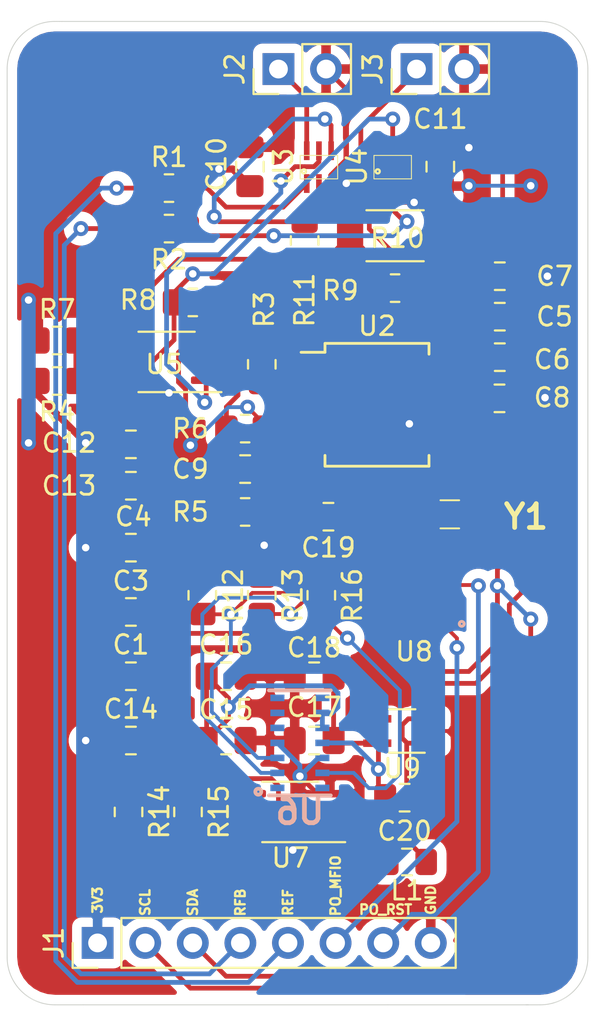
<source format=kicad_pcb>
(kicad_pcb (version 20171130) (host pcbnew "(5.1.7)-1")
  (layers (0 F.Cu signal) (31 B.Cu signal) (34 B.Paste user) (35 F.Paste user) (36 B.SilkS user) (37 F.SilkS user) (38 B.Mask user) (39 F.Mask user) (44 Edge.Cuts user))
  (net 0 "")
  (net 1 GND)
  (net 2 /PO_RST)
  (net 3 /PO_MFIO)
  (net 4 /REF_RES_SET)
  (net 5 /RFB_RES_SET)
  (net 6 /SDA)
  (net 7 /SCL)
  (net 8 "Net-(J2-Pad1)")
  (net 9 /ImpedanceAnalyzer/OP_-IN_B)
  (net 10 "Net-(L1-Pad2)")
  (net 11 +3V3)
  (net 12 "Net-(U2-Pad8)")
  (net 13 "Net-(U2-Pad7)")
  (net 14 "Net-(C9-Pad1)")
  (net 15 "Net-(R3-Pad2)")
  (net 16 "Net-(R3-Pad1)")
  (net 17 "Net-(U2-Pad3)")
  (net 18 "Net-(U2-Pad2)")
  (net 19 "Net-(U2-Pad1)")
  (net 20 /ImpedanceAnalyzer/OP_OUT_B)
  (net 21 /ImpedanceAnalyzer/OP_+IN_B)
  (net 22 /ImpedanceAnalyzer/OP_+IN_A)
  (net 23 /ImpedanceAnalyzer/OP_-IN_A)
  (net 24 "Net-(U6-Pad14)")
  (net 25 /PulseOximeter/HR_INT)
  (net 26 +1V8)
  (net 27 +5V)
  (net 28 "Net-(U6-Pad8)")
  (net 29 "Net-(U6-Pad7)")
  (net 30 "Net-(U6-Pad6)")
  (net 31 "Net-(U6-Pad5)")
  (net 32 /PulseOximeter/SNSR_SDA)
  (net 33 /PulseOximeter/SNSR_SCL)
  (net 34 "Net-(U6-Pad1)")
  (net 35 /ImpedanceAnalyzer/IMP_SEL_REF)
  (net 36 /ImpedanceAnalyzer/IMP_SEL_RFB)
  (net 37 "Net-(R9-Pad1)")
  (net 38 "Net-(R10-Pad1)")
  (net 39 "Net-(R11-Pad2)")
  (net 40 "Net-(R14-Pad2)")
  (net 41 "Net-(U7-Pad6)")
  (net 42 "Net-(U9-Pad4)")
  (net 43 "Net-(C19-Pad2)")
  (net 44 "Net-(U8-Pad2)")
  (net 45 "Net-(U8-Pad3)")
  (net 46 "Net-(U8-Pad4)")
  (net 47 "Net-(U8-Pad5)")
  (net 48 "Net-(U8-Pad8)")
  (net 49 "Net-(U8-Pad9)")
  (net 50 "Net-(U8-Pad15)")
  (net 51 "Net-(U8-Pad16)")
  (net 52 "Net-(U8-Pad17)")
  (net 53 "Net-(U8-Pad19)")
  (net 54 "Net-(U8-Pad20)")
  (net 55 "Net-(U8-Pad21)")
  (net 56 "Net-(U8-Pad22)")
  (module FEMA_LIB_FOOT:MAX32664GTGA&plus_T (layer F.Cu) (at 141.478 84.074 180)
    (fp_text reference U8 (at 0 -2.75) (layer F.SilkS))
    (fp_text value MAX32664GTGA+T)
    (pad 1 smd rect (at -1.45 -1.2 180) (size 0.7112 0.2032) (layers F.Cu F.Paste F.Mask) (net 3 /PO_MFIO))
    (pad 2 smd rect (at -1.45 -0.800001 180) (size 0.7112 0.2032) (layers F.Cu F.Paste F.Mask) (net 44 "Net-(U8-Pad2)"))
    (pad 3 smd rect (at -1.45 -0.399999 180) (size 0.7112 0.2032) (layers F.Cu F.Paste F.Mask) (net 45 "Net-(U8-Pad3)"))
    (pad 4 smd rect (at -1.45 0 180) (size 0.7112 0.2032) (layers F.Cu F.Paste F.Mask) (net 46 "Net-(U8-Pad4)"))
    (pad 5 smd rect (at -1.45 0.399999 180) (size 0.7112 0.2032) (layers F.Cu F.Paste F.Mask) (net 47 "Net-(U8-Pad5)"))
    (pad 6 smd rect (at -1.45 0.800001 180) (size 0.7112 0.2032) (layers F.Cu F.Paste F.Mask) (net 2 /PO_RST))
    (pad 7 smd rect (at -1.2 1.45 270) (size 0.7112 0.2032) (layers F.Cu F.Paste F.Mask) (net 1 GND))
    (pad 8 smd rect (at -0.800001 1.45 270) (size 0.7112 0.2032) (layers F.Cu F.Paste F.Mask) (net 48 "Net-(U8-Pad8)"))
    (pad 9 smd rect (at -0.399999 1.45 270) (size 0.7112 0.2032) (layers F.Cu F.Paste F.Mask) (net 49 "Net-(U8-Pad9)"))
    (pad 10 smd rect (at 0 1.45 270) (size 0.7112 0.2032) (layers F.Cu F.Paste F.Mask) (net 1 GND))
    (pad 11 smd rect (at 0.399999 1.45 270) (size 0.7112 0.2032) (layers F.Cu F.Paste F.Mask) (net 26 +1V8))
    (pad 12 smd rect (at 0.800001 1.45 270) (size 0.7112 0.2032) (layers F.Cu F.Paste F.Mask) (net 43 "Net-(C19-Pad2)"))
    (pad 13 smd rect (at 1.45 1.2 180) (size 0.7112 0.2032) (layers F.Cu F.Paste F.Mask) (net 32 /PulseOximeter/SNSR_SDA))
    (pad 14 smd rect (at 1.45 0.800001 180) (size 0.7112 0.2032) (layers F.Cu F.Paste F.Mask) (net 33 /PulseOximeter/SNSR_SCL))
    (pad 15 smd rect (at 1.45 0.399999 180) (size 0.7112 0.2032) (layers F.Cu F.Paste F.Mask) (net 50 "Net-(U8-Pad15)"))
    (pad 16 smd rect (at 1.45 0 180) (size 0.7112 0.2032) (layers F.Cu F.Paste F.Mask) (net 51 "Net-(U8-Pad16)"))
    (pad 17 smd rect (at 1.45 -0.399999 180) (size 0.7112 0.2032) (layers F.Cu F.Paste F.Mask) (net 52 "Net-(U8-Pad17)"))
    (pad 18 smd rect (at 1.45 -0.800001 180) (size 0.7112 0.2032) (layers F.Cu F.Paste F.Mask) (net 25 /PulseOximeter/HR_INT))
    (pad 19 smd rect (at 1.2 -1.45 270) (size 0.7112 0.2032) (layers F.Cu F.Paste F.Mask) (net 53 "Net-(U8-Pad19)"))
    (pad 20 smd rect (at 0.800001 -1.45 270) (size 0.7112 0.2032) (layers F.Cu F.Paste F.Mask) (net 54 "Net-(U8-Pad20)"))
    (pad 21 smd rect (at 0.399999 -1.45 270) (size 0.7112 0.2032) (layers F.Cu F.Paste F.Mask) (net 55 "Net-(U8-Pad21)"))
    (pad 22 smd rect (at 0 -1.45 270) (size 0.7112 0.2032) (layers F.Cu F.Paste F.Mask) (net 56 "Net-(U8-Pad22)"))
    (pad 23 smd rect (at -0.399999 -1.45 270) (size 0.7112 0.2032) (layers F.Cu F.Paste F.Mask) (net 6 /SDA))
    (pad 24 smd rect (at -0.800001 -1.45 270) (size 0.7112 0.2032) (layers F.Cu F.Paste F.Mask) (net 7 /SCL))
    (pad 25 smd rect (at 0 0 180) (size 1.7018 1.7018) (layers F.Cu F.Paste F.Mask))
  )
  (module SamacSys_Parts:ABS07AIG32768kHz71T (layer F.Cu) (at 143.383 79.502)
    (fp_text reference Y1 (at 4.064 0.127) (layer F.SilkS) (effects (font (size 1.27 1.27) (thickness 0.254))))
    (fp_text value ABS07W-32.768kHz-D-1-T hide)
    (pad 2 smd rect (at 1.275 0) (size 1 1.8) (layers F.Cu F.Paste F.Mask) (net 48 "Net-(U8-Pad8)"))
    (pad 1 smd rect (at -1.275 0) (size 1 1.8) (layers F.Cu F.Paste F.Mask) (net 49 "Net-(U8-Pad9)"))
  )
  (module Package_SO:SSOP-16_5.3x6.2mm_P0.65mm (layer F.Cu) (at 139.4968 73.66)
    (fp_text reference U2 (at 0 -4.2) (layer F.SilkS))
    (fp_text value AD5933)
    (pad 16 smd rect (at 3.45 -2.275) (size 1.2 0.4) (layers F.Cu F.Paste F.Mask) (net 7 /SCL))
    (pad 15 smd rect (at 3.45 -1.625) (size 1.2 0.4) (layers F.Cu F.Paste F.Mask) (net 6 /SDA))
    (pad 14 smd rect (at 3.45 -0.975) (size 1.2 0.4) (layers F.Cu F.Paste F.Mask) (net 1 GND))
    (pad 13 smd rect (at 3.45 -0.325) (size 1.2 0.4) (layers F.Cu F.Paste F.Mask) (net 1 GND))
    (pad 12 smd rect (at 3.45 0.325) (size 1.2 0.4) (layers F.Cu F.Paste F.Mask) (net 1 GND))
    (pad 11 smd rect (at 3.45 0.975) (size 1.2 0.4) (layers F.Cu F.Paste F.Mask) (net 11 +3V3))
    (pad 10 smd rect (at 3.45 1.625) (size 1.2 0.4) (layers F.Cu F.Paste F.Mask) (net 11 +3V3))
    (pad 9 smd rect (at 3.45 2.275) (size 1.2 0.4) (layers F.Cu F.Paste F.Mask) (net 11 +3V3))
    (pad 8 smd rect (at -3.45 2.275) (size 1.2 0.4) (layers F.Cu F.Paste F.Mask) (net 12 "Net-(U2-Pad8)"))
    (pad 7 smd rect (at -3.45 1.625) (size 1.2 0.4) (layers F.Cu F.Paste F.Mask) (net 13 "Net-(U2-Pad7)"))
    (pad 6 smd rect (at -3.45 0.975) (size 1.2 0.4) (layers F.Cu F.Paste F.Mask) (net 14 "Net-(C9-Pad1)"))
    (pad 5 smd rect (at -3.45 0.325) (size 1.2 0.4) (layers F.Cu F.Paste F.Mask) (net 15 "Net-(R3-Pad2)"))
    (pad 4 smd rect (at -3.45 -0.325) (size 1.2 0.4) (layers F.Cu F.Paste F.Mask) (net 16 "Net-(R3-Pad1)"))
    (pad 3 smd rect (at -3.45 -0.975) (size 1.2 0.4) (layers F.Cu F.Paste F.Mask) (net 17 "Net-(U2-Pad3)"))
    (pad 2 smd rect (at -3.45 -1.625) (size 1.2 0.4) (layers F.Cu F.Paste F.Mask) (net 18 "Net-(U2-Pad2)"))
    (pad 1 smd rect (at -3.45 -2.275) (size 1.2 0.4) (layers F.Cu F.Paste F.Mask) (net 19 "Net-(U2-Pad1)"))
  )
  (module Connector_PinHeader_2.54mm:PinHeader_1x08_P2.54mm_Vertical (layer F.Cu) (at 124.587 102.362 90)
    (fp_text reference J1 (at 0 -2.33 90) (layer F.SilkS))
    (fp_text value Conn_01x08)
    (pad 8 thru_hole oval (at 0 17.78 90) (size 1.7 1.7) (drill 1) (layers *.Cu *.Mask) (net 1 GND))
    (pad 7 thru_hole oval (at 0 15.24 90) (size 1.7 1.7) (drill 1) (layers *.Cu *.Mask) (net 2 /PO_RST))
    (pad 6 thru_hole oval (at 0 12.7 90) (size 1.7 1.7) (drill 1) (layers *.Cu *.Mask) (net 3 /PO_MFIO))
    (pad 5 thru_hole oval (at 0 10.16 90) (size 1.7 1.7) (drill 1) (layers *.Cu *.Mask) (net 4 /REF_RES_SET))
    (pad 4 thru_hole oval (at 0 7.62 90) (size 1.7 1.7) (drill 1) (layers *.Cu *.Mask) (net 5 /RFB_RES_SET))
    (pad 3 thru_hole oval (at 0 5.08 90) (size 1.7 1.7) (drill 1) (layers *.Cu *.Mask) (net 6 /SDA))
    (pad 2 thru_hole oval (at 0 2.54 90) (size 1.7 1.7) (drill 1) (layers *.Cu *.Mask) (net 7 /SCL))
    (pad 1 thru_hole rect (at 0 0 90) (size 1.7 1.7) (drill 1) (layers *.Cu *.Mask) (net 11 +3V3))
  )
  (module Resistor_SMD:R_2010_5025Metric_Pad1.40x2.65mm_HandSolder (layer F.Cu) (at 140.462 64.643 180)
    (fp_text reference R10 (at -0.127 -0.127) (layer F.SilkS))
    (fp_text value 20)
    (pad 2 smd roundrect (at 2.4 0 180) (size 1.4 2.65) (layers F.Cu F.Paste F.Mask) (roundrect_rratio 0.178571) (net 9 /ImpedanceAnalyzer/OP_-IN_B))
    (pad 1 smd roundrect (at -2.4 0 180) (size 1.4 2.65) (layers F.Cu F.Paste F.Mask) (roundrect_rratio 0.178571) (net 38 "Net-(R10-Pad1)"))
  )
  (module SamacSys_Parts:14-LEAD-OESIP (layer B.Cu) (at 135.382 91.694)
    (fp_text reference U6 (at 0 3.683) (layer B.SilkS) (effects (font (size 1.27 1.27) (thickness 0.254)) (justify mirror)))
    (fp_text value MAX30101EFD hide)
    (pad 14 smd rect (at 1.2 2.4 270) (size 0.35 0.75) (layers B.Cu B.Paste B.Mask) (net 24 "Net-(U6-Pad14)"))
    (pad 13 smd rect (at 1.2 1.6 270) (size 0.35 0.75) (layers B.Cu B.Paste B.Mask) (net 25 /PulseOximeter/HR_INT))
    (pad 12 smd rect (at 1.2 0.8 270) (size 0.35 0.75) (layers B.Cu B.Paste B.Mask) (net 1 GND))
    (pad 11 smd rect (at 1.2 0 270) (size 0.35 0.75) (layers B.Cu B.Paste B.Mask) (net 26 +1V8))
    (pad 10 smd rect (at 1.2 -0.8 270) (size 0.35 0.75) (layers B.Cu B.Paste B.Mask) (net 27 +5V))
    (pad 9 smd rect (at 1.2 -1.6 270) (size 0.35 0.75) (layers B.Cu B.Paste B.Mask) (net 27 +5V))
    (pad 8 smd rect (at 1.2 -2.4 270) (size 0.35 0.75) (layers B.Cu B.Paste B.Mask) (net 28 "Net-(U6-Pad8)"))
    (pad 7 smd rect (at -1.2 -2.4 270) (size 0.35 0.75) (layers B.Cu B.Paste B.Mask) (net 29 "Net-(U6-Pad7)"))
    (pad 6 smd rect (at -1.2 -1.6 270) (size 0.35 0.75) (layers B.Cu B.Paste B.Mask) (net 30 "Net-(U6-Pad6)"))
    (pad 5 smd rect (at -1.2 -0.8 270) (size 0.35 0.75) (layers B.Cu B.Paste B.Mask) (net 31 "Net-(U6-Pad5)"))
    (pad 4 smd rect (at -1.2 0 270) (size 0.35 0.75) (layers B.Cu B.Paste B.Mask) (net 1 GND))
    (pad 3 smd rect (at -1.2 0.8 270) (size 0.35 0.75) (layers B.Cu B.Paste B.Mask) (net 32 /PulseOximeter/SNSR_SDA))
    (pad 2 smd rect (at -1.2 1.6 270) (size 0.35 0.75) (layers B.Cu B.Paste B.Mask) (net 33 /PulseOximeter/SNSR_SCL))
    (pad 1 smd rect (at -1.2 2.4 270) (size 0.35 0.75) (layers B.Cu B.Paste B.Mask) (net 34 "Net-(U6-Pad1)"))
  )
  (module Package_TO_SOT_SMD:SOT-353_SC-70-5_Handsoldering (layer F.Cu) (at 140.843 91.059 180)
    (fp_text reference U9 (at 0 -2) (layer F.SilkS))
    (fp_text value LP5951MG-1.8/NOPB)
    (pad 5 smd rect (at 1.33 -0.65 180) (size 1.5 0.4) (layers F.Cu F.Paste F.Mask) (net 26 +1V8))
    (pad 4 smd rect (at 1.33 0.65 180) (size 1.5 0.4) (layers F.Cu F.Paste F.Mask) (net 42 "Net-(U9-Pad4)"))
    (pad 3 smd rect (at -1.33 0.65 180) (size 1.5 0.4) (layers F.Cu F.Paste F.Mask) (net 11 +3V3))
    (pad 2 smd rect (at -1.33 0 180) (size 1.5 0.4) (layers F.Cu F.Paste F.Mask) (net 1 GND))
    (pad 1 smd rect (at -1.33 -0.65 180) (size 1.5 0.4) (layers F.Cu F.Paste F.Mask) (net 11 +3V3))
  )
  (module Package_SO:MSOP-8_3x3mm_P0.65mm (layer F.Cu) (at 134.874 95.377 180)
    (fp_text reference U7 (at 0 -2.45) (layer F.SilkS))
    (fp_text value PAM2401)
    (pad 8 smd roundrect (at 2.1125 -0.975 180) (size 1.625 0.4) (layers F.Cu F.Paste F.Mask) (net 1 GND))
    (pad 7 smd roundrect (at 2.1125 -0.325 180) (size 1.625 0.4) (layers F.Cu F.Paste F.Mask) (net 27 +5V))
    (pad 6 smd roundrect (at 2.1125 0.325 180) (size 1.625 0.4) (layers F.Cu F.Paste F.Mask) (net 41 "Net-(U7-Pad6)"))
    (pad 5 smd roundrect (at 2.1125 0.975 180) (size 1.625 0.4) (layers F.Cu F.Paste F.Mask) (net 40 "Net-(R14-Pad2)"))
    (pad 4 smd roundrect (at -2.1125 0.975 180) (size 1.625 0.4) (layers F.Cu F.Paste F.Mask) (net 1 GND))
    (pad 3 smd roundrect (at -2.1125 0.325 180) (size 1.625 0.4) (layers F.Cu F.Paste F.Mask) (net 11 +3V3))
    (pad 2 smd roundrect (at -2.1125 -0.325 180) (size 1.625 0.4) (layers F.Cu F.Paste F.Mask) (net 11 +3V3))
    (pad 1 smd roundrect (at -2.1125 -0.975 180) (size 1.625 0.4) (layers F.Cu F.Paste F.Mask) (net 10 "Net-(L1-Pad2)"))
  )
  (module FEMA_LIB_FOOT:ADG849 (layer F.Cu) (at 136.398 60.96 90)
    (fp_text reference U3 (at 0 -1.9 90) (layer F.SilkS))
    (fp_text value ADG849)
    (pad 6 smd rect (at 0.85 -0.65 90) (size 1 0.3) (layers F.Cu F.Paste F.Mask) (net 8 "Net-(J2-Pad1)"))
    (pad 5 smd rect (at 0.85 0 90) (size 1 0.3) (layers F.Cu F.Paste F.Mask) (net 23 /ImpedanceAnalyzer/OP_-IN_A))
    (pad 4 smd rect (at 0.85 0.65 90) (size 1 0.3) (layers F.Cu F.Paste F.Mask) (net 39 "Net-(R11-Pad2)"))
    (pad 3 smd rect (at -0.9 0.65 90) (size 1 0.3) (layers F.Cu F.Paste F.Mask) (net 1 GND))
    (pad 2 smd rect (at -0.9 0 90) (size 1 0.3) (layers F.Cu F.Paste F.Mask) (net 11 +3V3))
    (pad 1 smd rect (at -0.9 -0.65 90) (size 1 0.3) (layers F.Cu F.Paste F.Mask) (net 35 /ImpedanceAnalyzer/IMP_SEL_REF))
  )
  (module FEMA_LIB_FOOT:ADG849 (layer F.Cu) (at 140.335 60.96 90)
    (fp_text reference U4 (at 0 -1.9 90) (layer F.SilkS))
    (fp_text value ADG849)
    (pad 6 smd rect (at 0.85 -0.65 90) (size 1 0.3) (layers F.Cu F.Paste F.Mask) (net 38 "Net-(R10-Pad1)"))
    (pad 5 smd rect (at 0.85 0 90) (size 1 0.3) (layers F.Cu F.Paste F.Mask) (net 20 /ImpedanceAnalyzer/OP_OUT_B))
    (pad 4 smd rect (at 0.85 0.65 90) (size 1 0.3) (layers F.Cu F.Paste F.Mask) (net 37 "Net-(R9-Pad1)"))
    (pad 3 smd rect (at -0.9 0.65 90) (size 1 0.3) (layers F.Cu F.Paste F.Mask) (net 1 GND))
    (pad 2 smd rect (at -0.9 0 90) (size 1 0.3) (layers F.Cu F.Paste F.Mask) (net 11 +3V3))
    (pad 1 smd rect (at -0.9 -0.65 90) (size 1 0.3) (layers F.Cu F.Paste F.Mask) (net 36 /ImpedanceAnalyzer/IMP_SEL_RFB))
  )
  (module Resistor_SMD:R_0805_2012Metric_Pad1.20x1.40mm_HandSolder (layer F.Cu) (at 136.525 83.82 270)
    (fp_text reference R16 (at 0 -1.65 90) (layer F.SilkS))
    (fp_text value 4.7K)
    (pad 2 smd roundrect (at 1 0 270) (size 1.2 1.4) (layers F.Cu F.Paste F.Mask) (roundrect_rratio 0.208333) (net 25 /PulseOximeter/HR_INT))
    (pad 1 smd roundrect (at -1 0 270) (size 1.2 1.4) (layers F.Cu F.Paste F.Mask) (roundrect_rratio 0.208333) (net 26 +1V8))
  )
  (module Resistor_SMD:R_0805_2012Metric_Pad1.20x1.40mm_HandSolder (layer F.Cu) (at 129.413 95.377 90)
    (fp_text reference R15 (at 0 1.651 90) (layer F.SilkS))
    (fp_text value 750K)
    (pad 2 smd roundrect (at 1 0 90) (size 1.2 1.4) (layers F.Cu F.Paste F.Mask) (roundrect_rratio 0.208333) (net 40 "Net-(R14-Pad2)"))
    (pad 1 smd roundrect (at -1 0 90) (size 1.2 1.4) (layers F.Cu F.Paste F.Mask) (roundrect_rratio 0.208333) (net 27 +5V))
  )
  (module Resistor_SMD:R_0805_2012Metric_Pad1.20x1.40mm_HandSolder (layer F.Cu) (at 126.238 95.377 90)
    (fp_text reference R14 (at 0 1.651 90) (layer F.SilkS))
    (fp_text value 100K)
    (pad 2 smd roundrect (at 1 0 90) (size 1.2 1.4) (layers F.Cu F.Paste F.Mask) (roundrect_rratio 0.208333) (net 40 "Net-(R14-Pad2)"))
    (pad 1 smd roundrect (at -1 0 90) (size 1.2 1.4) (layers F.Cu F.Paste F.Mask) (roundrect_rratio 0.208333) (net 1 GND))
  )
  (module Resistor_SMD:R_0805_2012Metric_Pad1.20x1.40mm_HandSolder (layer F.Cu) (at 133.35 83.82 270)
    (fp_text reference R13 (at 0 -1.651 90) (layer F.SilkS))
    (fp_text value 4.7K)
    (pad 2 smd roundrect (at 1 0 270) (size 1.2 1.4) (layers F.Cu F.Paste F.Mask) (roundrect_rratio 0.208333) (net 33 /PulseOximeter/SNSR_SCL))
    (pad 1 smd roundrect (at -1 0 270) (size 1.2 1.4) (layers F.Cu F.Paste F.Mask) (roundrect_rratio 0.208333) (net 26 +1V8))
  )
  (module Resistor_SMD:R_0805_2012Metric_Pad1.20x1.40mm_HandSolder (layer F.Cu) (at 130.175 83.82 270)
    (fp_text reference R12 (at 0 -1.651 90) (layer F.SilkS))
    (fp_text value 4.7K)
    (pad 2 smd roundrect (at 1 0 270) (size 1.2 1.4) (layers F.Cu F.Paste F.Mask) (roundrect_rratio 0.208333) (net 32 /PulseOximeter/SNSR_SDA))
    (pad 1 smd roundrect (at -1 0 270) (size 1.2 1.4) (layers F.Cu F.Paste F.Mask) (roundrect_rratio 0.208333) (net 26 +1V8))
  )
  (module Resistor_SMD:R_0805_2012Metric_Pad1.20x1.40mm_HandSolder (layer F.Cu) (at 135.636 64.897 90)
    (fp_text reference R11 (at -3.175 0 90) (layer F.SilkS))
    (fp_text value 300)
    (pad 2 smd roundrect (at 1 0 90) (size 1.2 1.4) (layers F.Cu F.Paste F.Mask) (roundrect_rratio 0.208333) (net 39 "Net-(R11-Pad2)"))
    (pad 1 smd roundrect (at -1 0 90) (size 1.2 1.4) (layers F.Cu F.Paste F.Mask) (roundrect_rratio 0.208333) (net 9 /ImpedanceAnalyzer/OP_-IN_B))
  )
  (module Resistor_SMD:R_0805_2012Metric_Pad1.20x1.40mm_HandSolder (layer F.Cu) (at 140.462 67.437 180)
    (fp_text reference R9 (at 2.921 -0.127) (layer F.SilkS))
    (fp_text value 100k)
    (pad 2 smd roundrect (at 1 0 180) (size 1.2 1.4) (layers F.Cu F.Paste F.Mask) (roundrect_rratio 0.208333) (net 9 /ImpedanceAnalyzer/OP_-IN_B))
    (pad 1 smd roundrect (at -1 0 180) (size 1.2 1.4) (layers F.Cu F.Paste F.Mask) (roundrect_rratio 0.208333) (net 37 "Net-(R9-Pad1)"))
  )
  (module Resistor_SMD:R_0805_2012Metric_Pad1.20x1.40mm_HandSolder (layer F.Cu) (at 129.667 68.199)
    (fp_text reference R8 (at -2.921 -0.127 180) (layer F.SilkS))
    (fp_text value 20K)
    (pad 2 smd roundrect (at 1 0) (size 1.2 1.4) (layers F.Cu F.Paste F.Mask) (roundrect_rratio 0.208333) (net 15 "Net-(R3-Pad2)"))
    (pad 1 smd roundrect (at -1 0) (size 1.2 1.4) (layers F.Cu F.Paste F.Mask) (roundrect_rratio 0.208333) (net 20 /ImpedanceAnalyzer/OP_OUT_B))
  )
  (module Resistor_SMD:R_0805_2012Metric_Pad1.20x1.40mm_HandSolder (layer F.Cu) (at 122.428 70.231)
    (fp_text reference R7 (at 0 -1.65) (layer F.SilkS))
    (fp_text value 49.9k)
    (pad 2 smd roundrect (at 1 0) (size 1.2 1.4) (layers F.Cu F.Paste F.Mask) (roundrect_rratio 0.208333) (net 21 /ImpedanceAnalyzer/OP_+IN_B))
    (pad 1 smd roundrect (at -1 0) (size 1.2 1.4) (layers F.Cu F.Paste F.Mask) (roundrect_rratio 0.208333) (net 1 GND))
  )
  (module Resistor_SMD:R_0805_2012Metric_Pad1.20x1.40mm_HandSolder (layer F.Cu) (at 132.461 74.93 180)
    (fp_text reference R6 (at 2.921 0) (layer F.SilkS))
    (fp_text value 49.9k)
    (pad 2 smd roundrect (at 1 0 180) (size 1.2 1.4) (layers F.Cu F.Paste F.Mask) (roundrect_rratio 0.208333) (net 22 /ImpedanceAnalyzer/OP_+IN_A))
    (pad 1 smd roundrect (at -1 0 180) (size 1.2 1.4) (layers F.Cu F.Paste F.Mask) (roundrect_rratio 0.208333) (net 1 GND))
  )
  (module Resistor_SMD:R_0805_2012Metric_Pad1.20x1.40mm_HandSolder (layer F.Cu) (at 132.461 79.375)
    (fp_text reference R5 (at -2.921 0) (layer F.SilkS))
    (fp_text value 49.9k)
    (pad 2 smd roundrect (at 1 0) (size 1.2 1.4) (layers F.Cu F.Paste F.Mask) (roundrect_rratio 0.208333) (net 11 +3V3))
    (pad 1 smd roundrect (at -1 0) (size 1.2 1.4) (layers F.Cu F.Paste F.Mask) (roundrect_rratio 0.208333) (net 22 /ImpedanceAnalyzer/OP_+IN_A))
  )
  (module Resistor_SMD:R_0805_2012Metric_Pad1.20x1.40mm_HandSolder (layer F.Cu) (at 122.428 72.39 180)
    (fp_text reference R4 (at 0 -1.65) (layer F.SilkS))
    (fp_text value 49.9k)
    (pad 2 smd roundrect (at 1 0 180) (size 1.2 1.4) (layers F.Cu F.Paste F.Mask) (roundrect_rratio 0.208333) (net 11 +3V3))
    (pad 1 smd roundrect (at -1 0 180) (size 1.2 1.4) (layers F.Cu F.Paste F.Mask) (roundrect_rratio 0.208333) (net 21 /ImpedanceAnalyzer/OP_+IN_B))
  )
  (module Resistor_SMD:R_0805_2012Metric_Pad1.20x1.40mm_HandSolder (layer F.Cu) (at 133.35 71.501 270)
    (fp_text reference R3 (at -2.921 -0.127 90) (layer F.SilkS))
    (fp_text value 20K)
    (pad 2 smd roundrect (at 1 0 270) (size 1.2 1.4) (layers F.Cu F.Paste F.Mask) (roundrect_rratio 0.208333) (net 15 "Net-(R3-Pad2)"))
    (pad 1 smd roundrect (at -1 0 270) (size 1.2 1.4) (layers F.Cu F.Paste F.Mask) (roundrect_rratio 0.208333) (net 16 "Net-(R3-Pad1)"))
  )
  (module Resistor_SMD:R_0805_2012Metric_Pad1.20x1.40mm_HandSolder (layer F.Cu) (at 128.397 64.262 180)
    (fp_text reference R2 (at 0 -1.651) (layer F.SilkS))
    (fp_text value 10K)
    (pad 2 smd roundrect (at 1 0 180) (size 1.2 1.4) (layers F.Cu F.Paste F.Mask) (roundrect_rratio 0.208333) (net 5 /RFB_RES_SET))
    (pad 1 smd roundrect (at -1 0 180) (size 1.2 1.4) (layers F.Cu F.Paste F.Mask) (roundrect_rratio 0.208333) (net 36 /ImpedanceAnalyzer/IMP_SEL_RFB))
  )
  (module Resistor_SMD:R_0805_2012Metric_Pad1.20x1.40mm_HandSolder (layer F.Cu) (at 128.397 62.103 180)
    (fp_text reference R1 (at 0 1.651) (layer F.SilkS))
    (fp_text value 10K)
    (pad 1 smd roundrect (at -1 0 180) (size 1.2 1.4) (layers F.Cu F.Paste F.Mask) (roundrect_rratio 0.208333) (net 35 /ImpedanceAnalyzer/IMP_SEL_REF))
    (pad 2 smd roundrect (at 1 0 180) (size 1.2 1.4) (layers F.Cu F.Paste F.Mask) (roundrect_rratio 0.208333) (net 4 /REF_RES_SET))
  )
  (module Capacitor_SMD:C_0805_2012Metric_Pad1.18x1.45mm_HandSolder (layer F.Cu) (at 140.97 94.615)
    (fp_text reference C20 (at 0 1.778) (layer F.SilkS))
    (fp_text value 1.0uF)
    (pad 2 smd roundrect (at 1.0375 0) (size 1.175 1.45) (layers F.Cu F.Paste F.Mask) (roundrect_rratio 0.212766) (net 1 GND))
    (pad 1 smd roundrect (at -1.0375 0) (size 1.175 1.45) (layers F.Cu F.Paste F.Mask) (roundrect_rratio 0.212766) (net 26 +1V8))
  )
  (module Capacitor_SMD:C_0805_2012Metric_Pad1.18x1.45mm_HandSolder (layer F.Cu) (at 136.906 79.629)
    (fp_text reference C19 (at 0 1.651) (layer F.SilkS))
    (fp_text value 1.0uF)
    (pad 2 smd roundrect (at 1.0375 0) (size 1.175 1.45) (layers F.Cu F.Paste F.Mask) (roundrect_rratio 0.212766) (net 43 "Net-(C19-Pad2)"))
    (pad 1 smd roundrect (at -1.0375 0) (size 1.175 1.45) (layers F.Cu F.Paste F.Mask) (roundrect_rratio 0.212766) (net 1 GND))
  )
  (module Capacitor_SMD:C_0805_2012Metric_Pad1.18x1.45mm_HandSolder (layer F.Cu) (at 136.144 88.138 180)
    (fp_text reference C18 (at 0 1.524) (layer F.SilkS))
    (fp_text value 1.0uF)
    (pad 2 smd roundrect (at 1.0375 0 180) (size 1.175 1.45) (layers F.Cu F.Paste F.Mask) (roundrect_rratio 0.212766) (net 1 GND))
    (pad 1 smd roundrect (at -1.0375 0 180) (size 1.175 1.45) (layers F.Cu F.Paste F.Mask) (roundrect_rratio 0.212766) (net 26 +1V8))
  )
  (module Capacitor_SMD:C_0805_2012Metric_Pad1.18x1.45mm_HandSolder (layer F.Cu) (at 136.144 91.567 180)
    (fp_text reference C17 (at 0 1.778) (layer F.SilkS))
    (fp_text value 10uF)
    (pad 2 smd roundrect (at 1.0375 0 180) (size 1.175 1.45) (layers F.Cu F.Paste F.Mask) (roundrect_rratio 0.212766) (net 1 GND))
    (pad 1 smd roundrect (at -1.0375 0 180) (size 1.175 1.45) (layers F.Cu F.Paste F.Mask) (roundrect_rratio 0.212766) (net 26 +1V8))
  )
  (module Capacitor_SMD:C_0805_2012Metric_Pad1.18x1.45mm_HandSolder (layer F.Cu) (at 131.445 88.138)
    (fp_text reference C16 (at 0 -1.68) (layer F.SilkS))
    (fp_text value 10uF)
    (pad 2 smd roundrect (at 1.0375 0) (size 1.175 1.45) (layers F.Cu F.Paste F.Mask) (roundrect_rratio 0.212766) (net 1 GND))
    (pad 1 smd roundrect (at -1.0375 0) (size 1.175 1.45) (layers F.Cu F.Paste F.Mask) (roundrect_rratio 0.212766) (net 27 +5V))
  )
  (module Capacitor_SMD:C_0805_2012Metric_Pad1.18x1.45mm_HandSolder (layer F.Cu) (at 131.445 91.567)
    (fp_text reference C15 (at 0 -1.651) (layer F.SilkS))
    (fp_text value 22uF)
    (pad 2 smd roundrect (at 1.0375 0) (size 1.175 1.45) (layers F.Cu F.Paste F.Mask) (roundrect_rratio 0.212766) (net 1 GND))
    (pad 1 smd roundrect (at -1.0375 0) (size 1.175 1.45) (layers F.Cu F.Paste F.Mask) (roundrect_rratio 0.212766) (net 27 +5V))
  )
  (module Capacitor_SMD:C_0805_2012Metric_Pad1.18x1.45mm_HandSolder (layer F.Cu) (at 126.365 91.567)
    (fp_text reference C14 (at 0 -1.68) (layer F.SilkS))
    (fp_text value 10uF)
    (pad 2 smd roundrect (at 1.0375 0) (size 1.175 1.45) (layers F.Cu F.Paste F.Mask) (roundrect_rratio 0.212766) (net 1 GND))
    (pad 1 smd roundrect (at -1.0375 0) (size 1.175 1.45) (layers F.Cu F.Paste F.Mask) (roundrect_rratio 0.212766) (net 11 +3V3))
  )
  (module Capacitor_SMD:C_0805_2012Metric_Pad1.18x1.45mm_HandSolder (layer F.Cu) (at 126.365 77.978)
    (fp_text reference C13 (at -3.302 0) (layer F.SilkS))
    (fp_text value 0.1uF)
    (pad 2 smd roundrect (at 1.0375 0) (size 1.175 1.45) (layers F.Cu F.Paste F.Mask) (roundrect_rratio 0.212766) (net 1 GND))
    (pad 1 smd roundrect (at -1.0375 0) (size 1.175 1.45) (layers F.Cu F.Paste F.Mask) (roundrect_rratio 0.212766) (net 11 +3V3))
  )
  (module Capacitor_SMD:C_0805_2012Metric_Pad1.18x1.45mm_HandSolder (layer F.Cu) (at 126.365 75.769)
    (fp_text reference C12 (at -3.302 -0.077) (layer F.SilkS))
    (fp_text value 0.1uF)
    (pad 2 smd roundrect (at 1.0375 0) (size 1.175 1.45) (layers F.Cu F.Paste F.Mask) (roundrect_rratio 0.212766) (net 1 GND))
    (pad 1 smd roundrect (at -1.0375 0) (size 1.175 1.45) (layers F.Cu F.Paste F.Mask) (roundrect_rratio 0.212766) (net 11 +3V3))
  )
  (module Capacitor_SMD:C_0805_2012Metric_Pad1.18x1.45mm_HandSolder (layer F.Cu) (at 142.875 60.96 90)
    (fp_text reference C11 (at 2.54 0 180) (layer F.SilkS))
    (fp_text value 0.1uF)
    (pad 2 smd roundrect (at 1.0375 0 90) (size 1.175 1.45) (layers F.Cu F.Paste F.Mask) (roundrect_rratio 0.212766) (net 11 +3V3))
    (pad 1 smd roundrect (at -1.0375 0 90) (size 1.175 1.45) (layers F.Cu F.Paste F.Mask) (roundrect_rratio 0.212766) (net 1 GND))
  )
  (module Capacitor_SMD:C_0805_2012Metric_Pad1.18x1.45mm_HandSolder (layer F.Cu) (at 132.715 60.96 270)
    (fp_text reference C10 (at -0.127 1.778 90) (layer F.SilkS))
    (fp_text value 0.1uF)
    (pad 2 smd roundrect (at 1.0375 0 270) (size 1.175 1.45) (layers F.Cu F.Paste F.Mask) (roundrect_rratio 0.212766) (net 11 +3V3))
    (pad 1 smd roundrect (at -1.0375 0 270) (size 1.175 1.45) (layers F.Cu F.Paste F.Mask) (roundrect_rratio 0.212766) (net 1 GND))
  )
  (module Capacitor_SMD:C_0805_2012Metric_Pad1.18x1.45mm_HandSolder (layer F.Cu) (at 132.461 77.089 180)
    (fp_text reference C9 (at 2.921 0) (layer F.SilkS))
    (fp_text value 47nF)
    (pad 2 smd roundrect (at 1.0375 0 180) (size 1.175 1.45) (layers F.Cu F.Paste F.Mask) (roundrect_rratio 0.212766) (net 22 /ImpedanceAnalyzer/OP_+IN_A))
    (pad 1 smd roundrect (at -1.0375 0 180) (size 1.175 1.45) (layers F.Cu F.Paste F.Mask) (roundrect_rratio 0.212766) (net 14 "Net-(C9-Pad1)"))
  )
  (module Capacitor_SMD:C_0805_2012Metric_Pad1.18x1.45mm_HandSolder (layer F.Cu) (at 146.034 73.316 180)
    (fp_text reference C8 (at -2.81 0.037) (layer F.SilkS))
    (fp_text value 0.1uF)
    (pad 2 smd roundrect (at 1.0375 0 180) (size 1.175 1.45) (layers F.Cu F.Paste F.Mask) (roundrect_rratio 0.212766) (net 1 GND))
    (pad 1 smd roundrect (at -1.0375 0 180) (size 1.175 1.45) (layers F.Cu F.Paste F.Mask) (roundrect_rratio 0.212766) (net 11 +3V3))
  )
  (module Capacitor_SMD:C_0805_2012Metric_Pad1.18x1.45mm_HandSolder (layer F.Cu) (at 146.05 66.802 180)
    (fp_text reference C7 (at -2.921 0) (layer F.SilkS))
    (fp_text value 0.1uF)
    (pad 2 smd roundrect (at 1.0375 0 180) (size 1.175 1.45) (layers F.Cu F.Paste F.Mask) (roundrect_rratio 0.212766) (net 1 GND))
    (pad 1 smd roundrect (at -1.0375 0 180) (size 1.175 1.45) (layers F.Cu F.Paste F.Mask) (roundrect_rratio 0.212766) (net 11 +3V3))
  )
  (module Capacitor_SMD:C_0805_2012Metric_Pad1.18x1.45mm_HandSolder (layer F.Cu) (at 146.05 71.12 180)
    (fp_text reference C6 (at -2.794 -0.127) (layer F.SilkS))
    (fp_text value 0.1uF)
    (pad 2 smd roundrect (at 1.0375 0 180) (size 1.175 1.45) (layers F.Cu F.Paste F.Mask) (roundrect_rratio 0.212766) (net 1 GND))
    (pad 1 smd roundrect (at -1.0375 0 180) (size 1.175 1.45) (layers F.Cu F.Paste F.Mask) (roundrect_rratio 0.212766) (net 11 +3V3))
  )
  (module Capacitor_SMD:C_0805_2012Metric_Pad1.18x1.45mm_HandSolder (layer F.Cu) (at 146.05 68.961 180)
    (fp_text reference C5 (at -2.921 0) (layer F.SilkS))
    (fp_text value 0.1uF)
    (pad 2 smd roundrect (at 1.0375 0 180) (size 1.175 1.45) (layers F.Cu F.Paste F.Mask) (roundrect_rratio 0.212766) (net 1 GND))
    (pad 1 smd roundrect (at -1.0375 0 180) (size 1.175 1.45) (layers F.Cu F.Paste F.Mask) (roundrect_rratio 0.212766) (net 11 +3V3))
  )
  (module Capacitor_SMD:C_0805_2012Metric_Pad1.18x1.45mm_HandSolder (layer F.Cu) (at 126.365 81.28)
    (fp_text reference C4 (at 0.127 -1.651) (layer F.SilkS))
    (fp_text value 0.1uF)
    (pad 2 smd roundrect (at 1.0375 0) (size 1.175 1.45) (layers F.Cu F.Paste F.Mask) (roundrect_rratio 0.212766) (net 1 GND))
    (pad 1 smd roundrect (at -1.0375 0) (size 1.175 1.45) (layers F.Cu F.Paste F.Mask) (roundrect_rratio 0.212766) (net 11 +3V3))
  )
  (module Capacitor_SMD:C_0805_2012Metric_Pad1.18x1.45mm_HandSolder (layer F.Cu) (at 126.365 84.709)
    (fp_text reference C3 (at 0 -1.651) (layer F.SilkS))
    (fp_text value 0.1uF)
    (pad 2 smd roundrect (at 1.0375 0) (size 1.175 1.45) (layers F.Cu F.Paste F.Mask) (roundrect_rratio 0.212766) (net 1 GND))
    (pad 1 smd roundrect (at -1.0375 0) (size 1.175 1.45) (layers F.Cu F.Paste F.Mask) (roundrect_rratio 0.212766) (net 11 +3V3))
  )
  (module Capacitor_SMD:C_0805_2012Metric_Pad1.18x1.45mm_HandSolder (layer F.Cu) (at 126.365 88.138)
    (fp_text reference C1 (at 0 -1.68) (layer F.SilkS))
    (fp_text value 10uF)
    (pad 2 smd roundrect (at 1.0375 0) (size 1.175 1.45) (layers F.Cu F.Paste F.Mask) (roundrect_rratio 0.212766) (net 1 GND))
    (pad 1 smd roundrect (at -1.0375 0) (size 1.175 1.45) (layers F.Cu F.Paste F.Mask) (roundrect_rratio 0.212766) (net 11 +3V3))
  )
  (module Package_SO:MSOP-8_3x3mm_P0.65mm (layer F.Cu) (at 128.27 71.374 180)
    (fp_text reference U5 (at 0.127 -0.127) (layer F.SilkS))
    (fp_text value AD8606)
    (pad 8 smd roundrect (at 2.1125 -0.975 180) (size 1.625 0.4) (layers F.Cu F.Paste F.Mask) (net 11 +3V3))
    (pad 7 smd roundrect (at 2.1125 -0.325 180) (size 1.625 0.4) (layers F.Cu F.Paste F.Mask) (net 20 /ImpedanceAnalyzer/OP_OUT_B))
    (pad 6 smd roundrect (at 2.1125 0.325 180) (size 1.625 0.4) (layers F.Cu F.Paste F.Mask) (net 9 /ImpedanceAnalyzer/OP_-IN_B))
    (pad 5 smd roundrect (at 2.1125 0.975 180) (size 1.625 0.4) (layers F.Cu F.Paste F.Mask) (net 21 /ImpedanceAnalyzer/OP_+IN_B))
    (pad 4 smd roundrect (at -2.1125 0.975 180) (size 1.625 0.4) (layers F.Cu F.Paste F.Mask) (net 1 GND))
    (pad 3 smd roundrect (at -2.1125 0.325 180) (size 1.625 0.4) (layers F.Cu F.Paste F.Mask) (net 22 /ImpedanceAnalyzer/OP_+IN_A))
    (pad 2 smd roundrect (at -2.1125 -0.325 180) (size 1.625 0.4) (layers F.Cu F.Paste F.Mask) (net 23 /ImpedanceAnalyzer/OP_-IN_A))
    (pad 1 smd roundrect (at -2.1125 -0.975 180) (size 1.625 0.4) (layers F.Cu F.Paste F.Mask) (net 23 /ImpedanceAnalyzer/OP_-IN_A))
  )
  (module Inductor_SMD:L_0805_2012Metric_Pad1.15x1.40mm_HandSolder (layer F.Cu) (at 141.097 98.044 180)
    (fp_text reference L1 (at 0 -1.524) (layer F.SilkS))
    (fp_text value 2.2uH)
    (pad 2 smd roundrect (at 1.025 0 180) (size 1.15 1.4) (layers F.Cu F.Paste F.Mask) (roundrect_rratio 0.217391) (net 10 "Net-(L1-Pad2)"))
    (pad 1 smd roundrect (at -1.025 0 180) (size 1.15 1.4) (layers F.Cu F.Paste F.Mask) (roundrect_rratio 0.217391) (net 11 +3V3))
  )
  (module Connector_PinHeader_2.54mm:PinHeader_1x02_P2.54mm_Vertical (layer F.Cu) (at 141.605 55.753 90)
    (fp_text reference J3 (at 0 -2.33 90) (layer F.SilkS))
    (fp_text value "Electrode -")
    (pad 2 thru_hole oval (at 0 2.54 90) (size 1.7 1.7) (drill 1) (layers *.Cu *.Mask) (net 1 GND))
    (pad 1 thru_hole rect (at 0 0 90) (size 1.7 1.7) (drill 1) (layers *.Cu *.Mask) (net 9 /ImpedanceAnalyzer/OP_-IN_B))
  )
  (module Connector_PinHeader_2.54mm:PinHeader_1x02_P2.54mm_Vertical (layer F.Cu) (at 134.239 55.753 90)
    (fp_text reference J2 (at 0 -2.33 90) (layer F.SilkS))
    (fp_text value "Electrode +")
    (pad 2 thru_hole oval (at 0 2.54 90) (size 1.7 1.7) (drill 1) (layers *.Cu *.Mask) (net 1 GND))
    (pad 1 thru_hole rect (at 0 0 90) (size 1.7 1.7) (drill 1) (layers *.Cu *.Mask) (net 8 "Net-(J2-Pad1)"))
  )
  (gr_text GND (at 142.367 100.076 90) (layer F.SilkS) (effects (font (size 0.508 0.508) (thickness 0.127))))
  (gr_text PO_RST (at 139.954 100.584) (layer F.SilkS) (effects (font (size 0.508 0.508) (thickness 0.127))))
  (gr_text PO_MFIO (at 137.287 99.314 90) (layer F.SilkS) (effects (font (size 0.508 0.508) (thickness 0.127))))
  (gr_text REF (at 134.747 100.203 90) (layer F.SilkS) (effects (font (size 0.508 0.508) (thickness 0.127))))
  (gr_text RFB (at 132.207 100.203 90) (layer F.SilkS) (effects (font (size 0.508 0.508) (thickness 0.127))))
  (gr_text SDA (at 129.667 100.203 90) (layer F.SilkS) (effects (font (size 0.508 0.508) (thickness 0.127))))
  (gr_text SCL (at 127.127 100.203 90) (layer F.SilkS) (effects (font (size 0.508 0.508) (thickness 0.127))))
  (gr_text 3V3 (at 124.587 100.076 90) (layer F.SilkS) (effects (font (size 0.508 0.508) (thickness 0.127))))
  (gr_line (start 140.081 105.664) (end 123.825 105.664) (layer Edge.Cuts) (width 0.05))
  (gr_line (start 140.081 105.664) (end 147.574 105.664) (layer Edge.Cuts) (width 0.05))
  (gr_line (start 119.761 55.753) (end 119.761 56.896) (layer Edge.Cuts) (width 0.05))
  (gr_line (start 122.555 53.213) (end 122.301 53.213) (layer Edge.Cuts) (width 0.05))
  (gr_line (start 122.555 53.213) (end 122.682 53.213) (layer Edge.Cuts) (width 0.05))
  (gr_arc (start 122.301 55.753) (end 122.301 53.213) (angle -90) (layer Edge.Cuts) (width 0.05))
  (gr_line (start 119.761 58.293) (end 119.761 56.896) (layer Edge.Cuts) (width 0.05))
  (gr_line (start 142.494 53.213) (end 122.682 53.213) (layer Edge.Cuts) (width 0.05))
  (gr_line (start 119.761 70.866) (end 119.761 58.293) (layer Edge.Cuts) (width 0.05))
  (gr_line (start 119.761 103.124) (end 119.761 102.997) (layer Edge.Cuts) (width 0.05))
  (gr_line (start 123.825 105.664) (end 122.301 105.664) (layer Edge.Cuts) (width 0.05))
  (gr_arc (start 122.301 103.124) (end 119.761 103.124) (angle -90) (layer Edge.Cuts) (width 0.05))
  (gr_line (start 119.761 70.866) (end 119.761 102.997) (layer Edge.Cuts) (width 0.05))
  (gr_line (start 147.447 105.664) (end 147.574 105.664) (layer Edge.Cuts) (width 0.05))
  (gr_line (start 148.209 105.664) (end 147.447 105.664) (layer Edge.Cuts) (width 0.05))
  (gr_line (start 150.749 101.473) (end 150.749 103.124) (layer Edge.Cuts) (width 0.05))
  (gr_arc (start 148.209 103.124) (end 148.209 105.664) (angle -90) (layer Edge.Cuts) (width 0.05))
  (gr_line (start 150.749 69.85) (end 150.749 101.473) (layer Edge.Cuts) (width 0.05))
  (gr_line (start 148.209 53.213) (end 145.923 53.213) (layer Edge.Cuts) (width 0.05))
  (gr_line (start 150.749 55.753) (end 150.749 57.404) (layer Edge.Cuts) (width 0.05))
  (gr_arc (start 148.209 55.753) (end 150.749 55.753) (angle -90) (layer Edge.Cuts) (width 0.05))
  (gr_line (start 150.749 69.85) (end 150.749 57.404) (layer Edge.Cuts) (width 0.05))
  (gr_line (start 142.494 53.213) (end 145.923 53.213) (layer Edge.Cuts) (width 0.05))
  (via (at 135.382 93.472) (size 0.8) (drill 0.4) (layers F.Cu B.Cu) (net 1))
  (via (at 147.701 61.976) (size 0.8) (drill 0.4) (layers F.Cu B.Cu) (net 1))
  (via (at 129.54 75.819) (size 0.8) (drill 0.4) (layers F.Cu B.Cu) (net 1))
  (via (at 132.588 73.787) (size 0.8) (drill 0.4) (layers F.Cu B.Cu) (net 1))
  (segment (start 130.3825 70.399) (end 129.372 70.399) (width 0.254) (layer F.Cu) (net 1))
  (segment (start 128.905 72.457038) (end 129.286 72.838038) (width 0.254) (layer F.Cu) (net 1))
  (segment (start 128.905 70.866) (end 128.905 72.457038) (width 0.254) (layer F.Cu) (net 1))
  (segment (start 129.372 70.399) (end 128.905 70.866) (width 0.254) (layer F.Cu) (net 1))
  (segment (start 129.286 73.8855) (end 127.4025 75.769) (width 0.254) (layer F.Cu) (net 1))
  (segment (start 129.286 72.838038) (end 129.286 73.8855) (width 0.254) (layer F.Cu) (net 1))
  (segment (start 133.461 74.66) (end 132.588 73.787) (width 0.2032) (layer F.Cu) (net 1))
  (segment (start 133.461 74.93) (end 133.461 74.66) (width 0.2032) (layer F.Cu) (net 1))
  (segment (start 131.572 73.787) (end 129.54 75.819) (width 0.2032) (layer B.Cu) (net 1))
  (segment (start 132.588 73.787) (end 131.572 73.787) (width 0.2032) (layer B.Cu) (net 1))
  (segment (start 127.4525 75.819) (end 127.4025 75.769) (width 0.2032) (layer F.Cu) (net 1))
  (segment (start 129.54 75.819) (end 127.4525 75.819) (width 0.2032) (layer F.Cu) (net 1))
  (via (at 144.399 61.976) (size 0.8) (drill 0.4) (layers F.Cu B.Cu) (net 1))
  (segment (start 144.3775 61.9975) (end 144.399 61.976) (width 0.2032) (layer F.Cu) (net 1))
  (segment (start 142.875 61.9975) (end 144.3775 61.9975) (width 0.2032) (layer F.Cu) (net 1))
  (segment (start 144.399 61.976) (end 147.701 61.976) (width 0.2032) (layer B.Cu) (net 1))
  (segment (start 142.7375 61.86) (end 142.875 61.9975) (width 0.2032) (layer F.Cu) (net 1))
  (segment (start 140.985 61.86) (end 142.7375 61.86) (width 0.2032) (layer F.Cu) (net 1))
  (segment (start 144.9775 73.335) (end 144.9965 73.316) (width 0.2032) (layer F.Cu) (net 1))
  (segment (start 142.9468 73.335) (end 144.9775 73.335) (width 0.2032) (layer F.Cu) (net 1))
  (segment (start 142.9468 73.985) (end 142.9468 73.335) (width 0.2032) (layer F.Cu) (net 1))
  (segment (start 142.9468 72.685) (end 142.9468 73.335) (width 0.2032) (layer F.Cu) (net 1))
  (segment (start 137.048 61.86) (end 137.048 61.3895) (width 0.254) (layer F.Cu) (net 1))
  (segment (start 137.8585 56.8325) (end 136.779 55.753) (width 0.254) (layer F.Cu) (net 1))
  (segment (start 137.048 61.3895) (end 137.8585 60.579) (width 0.254) (layer F.Cu) (net 1))
  (segment (start 137.8585 60.579) (end 137.8585 56.8325) (width 0.254) (layer F.Cu) (net 1))
  (segment (start 136.36 92.494) (end 135.382 93.472) (width 0.254) (layer B.Cu) (net 1))
  (segment (start 136.582 92.494) (end 136.36 92.494) (width 0.254) (layer B.Cu) (net 1))
  (segment (start 135.382 92.894) (end 135.382 93.472) (width 0.254) (layer B.Cu) (net 1))
  (segment (start 134.182 91.694) (end 135.382 92.894) (width 0.254) (layer B.Cu) (net 1))
  (segment (start 136.312 94.402) (end 135.382 93.472) (width 0.254) (layer F.Cu) (net 1))
  (segment (start 136.9865 94.402) (end 136.312 94.402) (width 0.254) (layer F.Cu) (net 1))
  (segment (start 132.7615 96.352) (end 133.645 96.352) (width 0.254) (layer F.Cu) (net 1))
  (segment (start 135.595 94.402) (end 136.9865 94.402) (width 0.254) (layer F.Cu) (net 1))
  (segment (start 133.645 96.352) (end 135.595 94.402) (width 0.254) (layer F.Cu) (net 1))
  (segment (start 135.8685 78.2535) (end 135.8685 79.629) (width 0.2032) (layer F.Cu) (net 1))
  (segment (start 136.398 77.724) (end 135.8685 78.2535) (width 0.2032) (layer F.Cu) (net 1))
  (segment (start 138.811 77.724) (end 136.398 77.724) (width 0.2032) (layer F.Cu) (net 1))
  (segment (start 140.208 79.121) (end 138.811 77.724) (width 0.2032) (layer F.Cu) (net 1))
  (segment (start 140.208 79.629) (end 140.208 79.121) (width 0.2032) (layer F.Cu) (net 1))
  (segment (start 141.478 80.899) (end 140.208 79.629) (width 0.2032) (layer F.Cu) (net 1))
  (segment (start 141.478 82.624) (end 141.478 80.899) (width 0.2032) (layer F.Cu) (net 1))
  (segment (start 142.173 91.059) (end 143.256 91.059) (width 0.2032) (layer F.Cu) (net 1))
  (segment (start 143.256 91.059) (end 143.764 91.567) (width 0.2032) (layer F.Cu) (net 1))
  (segment (start 143.764 91.567) (end 143.764 94.234) (width 0.2032) (layer F.Cu) (net 1))
  (segment (start 143.383 94.615) (end 142.0075 94.615) (width 0.2032) (layer F.Cu) (net 1))
  (segment (start 143.764 94.234) (end 143.383 94.615) (width 0.2032) (layer F.Cu) (net 1))
  (segment (start 142.678 82.624) (end 143.944 82.624) (width 0.2032) (layer F.Cu) (net 1))
  (segment (start 143.944 82.624) (end 145.669 80.899) (width 0.2032) (layer F.Cu) (net 1))
  (segment (start 145.669 80.899) (end 145.669 78.486) (width 0.2032) (layer F.Cu) (net 1))
  (segment (start 144.907 77.724) (end 138.811 77.724) (width 0.2032) (layer F.Cu) (net 1))
  (segment (start 145.669 78.486) (end 144.907 77.724) (width 0.2032) (layer F.Cu) (net 1))
  (via (at 120.904 75.692) (size 0.8) (drill 0.4) (layers F.Cu B.Cu) (net 1))
  (via (at 120.904 68.072) (size 0.8) (drill 0.4) (layers F.Cu B.Cu) (net 1))
  (segment (start 120.904 75.692) (end 120.904 68.072) (width 0.762) (layer B.Cu) (net 1))
  (via (at 144.907 83.312) (size 0.8) (drill 0.4) (layers F.Cu B.Cu) (net 2))
  (segment (start 144.868999 83.273999) (end 144.907 83.312) (width 0.2032) (layer F.Cu) (net 2))
  (segment (start 142.928 83.273999) (end 144.868999 83.273999) (width 0.2032) (layer F.Cu) (net 2))
  (segment (start 139.827 102.362) (end 141.351 100.838) (width 0.254) (layer B.Cu) (net 2))
  (segment (start 141.351 100.838) (end 142.621 100.838) (width 0.254) (layer B.Cu) (net 2))
  (segment (start 144.907 98.552) (end 144.907 83.312) (width 0.254) (layer B.Cu) (net 2))
  (segment (start 142.621 100.838) (end 144.907 98.552) (width 0.254) (layer B.Cu) (net 2))
  (via (at 143.764 86.614) (size 0.8) (drill 0.4) (layers F.Cu B.Cu) (net 3))
  (segment (start 143.764 86.11) (end 142.928 85.274) (width 0.2032) (layer F.Cu) (net 3))
  (segment (start 143.764 86.614) (end 143.764 86.11) (width 0.2032) (layer F.Cu) (net 3))
  (segment (start 137.287 102.362) (end 143.764 95.885) (width 0.254) (layer B.Cu) (net 3))
  (segment (start 143.764 95.885) (end 143.764 86.614) (width 0.254) (layer B.Cu) (net 3))
  (segment (start 127.397 62.103) (end 126.797 62.103) (width 0.254) (layer F.Cu) (net 4))
  (segment (start 126.797 62.103) (end 125.603 62.103) (width 0.254) (layer F.Cu) (net 4))
  (segment (start 125.603 62.103) (end 125.603 62.103) (width 0.254) (layer F.Cu) (net 4))
  (segment (start 125.603 62.103) (end 125.603 62.103) (width 0.254) (layer F.Cu) (net 4))
  (via (at 125.603 62.103) (size 0.8) (drill 0.4) (layers F.Cu B.Cu) (net 4))
  (segment (start 124.781038 62.103) (end 125.603 62.103) (width 0.254) (layer B.Cu) (net 4))
  (segment (start 122.35499 64.529048) (end 124.781038 62.103) (width 0.254) (layer B.Cu) (net 4))
  (segment (start 122.35499 103.312057) (end 122.35499 64.529048) (width 0.254) (layer B.Cu) (net 4))
  (segment (start 123.509943 104.46701) (end 122.35499 103.312057) (width 0.254) (layer B.Cu) (net 4))
  (segment (start 132.64199 104.46701) (end 123.509943 104.46701) (width 0.254) (layer B.Cu) (net 4))
  (segment (start 134.747 102.362) (end 132.64199 104.46701) (width 0.254) (layer B.Cu) (net 4))
  (segment (start 127.397 64.262) (end 125.603 64.262) (width 0.254) (layer F.Cu) (net 5))
  (segment (start 125.603 64.262) (end 125.603 64.262) (width 0.254) (layer F.Cu) (net 5))
  (segment (start 125.603 64.262) (end 123.698 64.262) (width 0.254) (layer F.Cu) (net 5))
  (segment (start 123.698 64.262) (end 123.698 64.262) (width 0.254) (layer F.Cu) (net 5))
  (via (at 123.698 64.262) (size 0.8) (drill 0.4) (layers F.Cu B.Cu) (net 5))
  (segment (start 122.809 65.151) (end 123.698 64.262) (width 0.254) (layer B.Cu) (net 5))
  (segment (start 122.809 103.124) (end 122.809 65.151) (width 0.254) (layer B.Cu) (net 5))
  (segment (start 130.556 104.013) (end 123.698 104.013) (width 0.254) (layer B.Cu) (net 5))
  (segment (start 123.698 104.013) (end 122.809 103.124) (width 0.254) (layer B.Cu) (net 5))
  (segment (start 132.207 102.362) (end 130.556 104.013) (width 0.254) (layer B.Cu) (net 5))
  (segment (start 141.877999 85.524) (end 141.877999 86.849001) (width 0.2032) (layer F.Cu) (net 6))
  (segment (start 141.877999 86.849001) (end 141.877999 87.902999) (width 0.254) (layer F.Cu) (net 6))
  (segment (start 141.877999 87.902999) (end 142.494 88.519) (width 0.254) (layer F.Cu) (net 6))
  (segment (start 142.494 88.519) (end 144.78 88.519) (width 0.254) (layer F.Cu) (net 6))
  (segment (start 144.78 88.519) (end 146.558 86.741) (width 0.254) (layer F.Cu) (net 6))
  (segment (start 129.667 102.362) (end 131.445 104.14) (width 0.254) (layer F.Cu) (net 6))
  (segment (start 131.445 104.14) (end 142.875 104.14) (width 0.254) (layer F.Cu) (net 6))
  (segment (start 146.558 100.457) (end 146.558 86.741) (width 0.254) (layer F.Cu) (net 6))
  (segment (start 142.875 104.14) (end 146.558 100.457) (width 0.254) (layer F.Cu) (net 6))
  (segment (start 140.563 72.035) (end 142.9468 72.035) (width 0.254) (layer F.Cu) (net 6))
  (segment (start 139.319 75.692) (end 139.319 73.279) (width 0.254) (layer F.Cu) (net 6))
  (segment (start 145.542 76.581) (end 140.208 76.581) (width 0.254) (layer F.Cu) (net 6))
  (segment (start 139.319 73.279) (end 140.563 72.035) (width 0.254) (layer F.Cu) (net 6))
  (segment (start 147.193 83.693) (end 147.193 78.232) (width 0.254) (layer F.Cu) (net 6))
  (segment (start 147.193 78.232) (end 145.542 76.581) (width 0.254) (layer F.Cu) (net 6))
  (segment (start 146.558 84.328) (end 147.193 83.693) (width 0.254) (layer F.Cu) (net 6))
  (segment (start 140.208 76.581) (end 139.319 75.692) (width 0.254) (layer F.Cu) (net 6))
  (segment (start 146.558 86.741) (end 146.558 84.328) (width 0.254) (layer F.Cu) (net 6))
  (segment (start 142.545338 71.385) (end 142.9468 71.385) (width 0.254) (layer F.Cu) (net 7))
  (segment (start 142.278001 85.524) (end 142.278001 86.906001) (width 0.2032) (layer F.Cu) (net 7))
  (segment (start 140.324 71.385) (end 142.9468 71.385) (width 0.254) (layer F.Cu) (net 7))
  (segment (start 138.684 73.025) (end 140.324 71.385) (width 0.254) (layer F.Cu) (net 7))
  (segment (start 144.399 87.884) (end 145.923 86.36) (width 0.254) (layer F.Cu) (net 7))
  (segment (start 142.748 87.884) (end 144.399 87.884) (width 0.254) (layer F.Cu) (net 7))
  (segment (start 142.278001 87.414001) (end 142.748 87.884) (width 0.254) (layer F.Cu) (net 7))
  (segment (start 142.278001 86.906001) (end 142.278001 87.414001) (width 0.254) (layer F.Cu) (net 7))
  (segment (start 127.127 102.362) (end 129.54 104.775) (width 0.254) (layer F.Cu) (net 7))
  (segment (start 129.54 104.775) (end 143.383 104.775) (width 0.254) (layer F.Cu) (net 7))
  (segment (start 143.383 104.775) (end 147.701 100.457) (width 0.254) (layer F.Cu) (net 7))
  (segment (start 147.701 100.457) (end 147.701 85.09) (width 0.254) (layer F.Cu) (net 7))
  (segment (start 145.923 86.36) (end 145.923 83.312) (width 0.254) (layer F.Cu) (net 7))
  (via (at 145.923 83.312) (size 0.8) (drill 0.4) (layers F.Cu B.Cu) (net 7))
  (via (at 147.701 85.09) (size 0.8) (drill 0.4) (layers F.Cu B.Cu) (net 7))
  (segment (start 145.923 83.312) (end 147.701 85.09) (width 0.254) (layer B.Cu) (net 7))
  (segment (start 145.923 83.312) (end 145.923 82.423) (width 0.254) (layer F.Cu) (net 7))
  (segment (start 145.923 82.423) (end 146.558 81.788) (width 0.254) (layer F.Cu) (net 7))
  (segment (start 146.558 81.788) (end 146.558 78.486) (width 0.254) (layer F.Cu) (net 7))
  (segment (start 146.558 78.486) (end 145.161 77.089) (width 0.254) (layer F.Cu) (net 7))
  (segment (start 138.684 76.441204) (end 138.684 75.438) (width 0.254) (layer F.Cu) (net 7))
  (segment (start 139.331796 77.089) (end 138.684 76.441204) (width 0.254) (layer F.Cu) (net 7))
  (segment (start 145.161 77.089) (end 139.331796 77.089) (width 0.254) (layer F.Cu) (net 7))
  (segment (start 138.684 75.438) (end 138.684 73.025) (width 0.254) (layer F.Cu) (net 7))
  (segment (start 135.748 57.262) (end 134.239 55.753) (width 0.254) (layer F.Cu) (net 8))
  (segment (start 135.748 60.11) (end 135.748 57.262) (width 0.254) (layer F.Cu) (net 8))
  (segment (start 139.462 66.043) (end 138.062 64.643) (width 0.254) (layer F.Cu) (net 9))
  (segment (start 139.462 67.437) (end 139.462 66.043) (width 0.254) (layer F.Cu) (net 9))
  (segment (start 136.808 65.897) (end 138.062 64.643) (width 0.254) (layer F.Cu) (net 9))
  (segment (start 135.636 65.897) (end 136.808 65.897) (width 0.254) (layer F.Cu) (net 9))
  (segment (start 126.923886 71.049) (end 127.381 70.591886) (width 0.254) (layer F.Cu) (net 9))
  (segment (start 126.1575 71.049) (end 126.923886 71.049) (width 0.254) (layer F.Cu) (net 9))
  (segment (start 127.381 70.591886) (end 127.381 67.437) (width 0.254) (layer F.Cu) (net 9))
  (segment (start 128.921 65.897) (end 135.636 65.897) (width 0.254) (layer F.Cu) (net 9))
  (segment (start 127.381 67.437) (end 128.921 65.897) (width 0.254) (layer F.Cu) (net 9))
  (segment (start 141.605 56.074038) (end 141.605 55.753) (width 0.254) (layer F.Cu) (net 9))
  (segment (start 141.605 55.88) (end 141.605 55.753) (width 0.254) (layer F.Cu) (net 9))
  (segment (start 138.635 58.85) (end 141.605 55.88) (width 0.254) (layer F.Cu) (net 9))
  (segment (start 138.635 62.745) (end 138.635 58.85) (width 0.254) (layer F.Cu) (net 9))
  (segment (start 138.062 63.318) (end 138.635 62.745) (width 0.254) (layer F.Cu) (net 9))
  (segment (start 138.062 64.643) (end 138.062 63.318) (width 0.254) (layer F.Cu) (net 9))
  (segment (start 138.38 96.352) (end 140.072 98.044) (width 0.2032) (layer F.Cu) (net 10))
  (segment (start 136.9865 96.352) (end 138.38 96.352) (width 0.2032) (layer F.Cu) (net 10))
  (via (at 133.477 81.153) (size 0.8) (drill 0.4) (layers F.Cu B.Cu) (net 11))
  (via (at 123.952 81.28) (size 0.8) (drill 0.4) (layers F.Cu B.Cu) (net 11))
  (via (at 128.397 73.025) (size 0.8) (drill 0.4) (layers F.Cu B.Cu) (net 11))
  (via (at 131.064 61.087) (size 0.8) (drill 0.4) (layers F.Cu B.Cu) (net 11))
  (via (at 141.478 62.865) (size 0.8) (drill 0.4) (layers F.Cu B.Cu) (net 11))
  (via (at 148.59 66.802) (size 0.8) (drill 0.4) (layers F.Cu B.Cu) (net 11))
  (via (at 148.463 73.279) (size 0.8) (drill 0.4) (layers F.Cu B.Cu) (net 11))
  (via (at 141.224 74.676) (size 0.8) (drill 0.4) (layers F.Cu B.Cu) (net 11))
  (via (at 123.952 75.692) (size 0.8) (drill 0.4) (layers F.Cu B.Cu) (net 11))
  (segment (start 125.3275 77.978) (end 125.3275 75.769) (width 0.381) (layer F.Cu) (net 11))
  (segment (start 147.0715 71.136) (end 147.0875 71.12) (width 0.381) (layer F.Cu) (net 11))
  (segment (start 147.0715 73.316) (end 147.0715 71.136) (width 0.381) (layer F.Cu) (net 11))
  (segment (start 147.0875 68.961) (end 147.0875 71.12) (width 0.381) (layer F.Cu) (net 11))
  (segment (start 147.0875 66.802) (end 147.0875 68.961) (width 0.381) (layer F.Cu) (net 11))
  (segment (start 142.9468 75.935) (end 142.9468 75.285) (width 0.381) (layer F.Cu) (net 11))
  (segment (start 142.9468 74.635) (end 142.9468 75.285) (width 0.381) (layer F.Cu) (net 11))
  (segment (start 141.265 74.635) (end 141.224 74.676) (width 0.381) (layer F.Cu) (net 11))
  (segment (start 142.9468 74.635) (end 141.265 74.635) (width 0.381) (layer F.Cu) (net 11))
  (segment (start 142.483 75.935) (end 141.224 74.676) (width 0.381) (layer F.Cu) (net 11))
  (segment (start 142.9468 75.935) (end 142.483 75.935) (width 0.381) (layer F.Cu) (net 11))
  (segment (start 147.1085 73.279) (end 147.0715 73.316) (width 0.381) (layer F.Cu) (net 11))
  (segment (start 148.463 73.279) (end 147.1085 73.279) (width 0.381) (layer F.Cu) (net 11))
  (segment (start 148.59 66.802) (end 147.0875 66.802) (width 0.381) (layer F.Cu) (net 11))
  (segment (start 140.751398 62.865) (end 141.478 62.865) (width 0.254) (layer F.Cu) (net 11))
  (segment (start 140.335 62.448602) (end 140.751398 62.865) (width 0.254) (layer F.Cu) (net 11))
  (segment (start 140.335 61.86) (end 140.335 62.448602) (width 0.254) (layer F.Cu) (net 11))
  (segment (start 131.8045 61.087) (end 132.715 61.9975) (width 0.381) (layer F.Cu) (net 11))
  (segment (start 131.064 61.087) (end 131.8045 61.087) (width 0.381) (layer F.Cu) (net 11))
  (via (at 144.399 59.944) (size 0.8) (drill 0.4) (layers F.Cu B.Cu) (net 11))
  (segment (start 142.8965 59.944) (end 142.875 59.9225) (width 0.381) (layer F.Cu) (net 11))
  (segment (start 144.399 59.944) (end 142.8965 59.944) (width 0.381) (layer F.Cu) (net 11))
  (segment (start 121.412 72.406) (end 121.428 72.39) (width 0.381) (layer F.Cu) (net 11))
  (segment (start 125.349 77.9995) (end 125.3275 77.978) (width 0.381) (layer F.Cu) (net 11))
  (segment (start 127.721 72.349) (end 128.397 73.025) (width 0.254) (layer F.Cu) (net 11))
  (segment (start 126.1575 72.349) (end 127.721 72.349) (width 0.254) (layer F.Cu) (net 11))
  (segment (start 136.398 62.614) (end 136.649 62.865) (width 0.254) (layer F.Cu) (net 11))
  (segment (start 136.398 61.86) (end 136.398 62.614) (width 0.254) (layer F.Cu) (net 11))
  (segment (start 136.649 62.865) (end 137.344685 62.865) (width 0.254) (layer F.Cu) (net 11))
  (via (at 137.8585 61.849) (size 0.8) (drill 0.4) (layers F.Cu B.Cu) (net 11))
  (segment (start 137.8585 62.351185) (end 137.8585 61.849) (width 0.254) (layer F.Cu) (net 11))
  (segment (start 137.344685 62.865) (end 137.8585 62.351185) (width 0.254) (layer F.Cu) (net 11))
  (segment (start 136.9865 95.052) (end 136.9865 95.702) (width 0.254) (layer F.Cu) (net 11))
  (segment (start 136.9865 95.702) (end 139.898 95.702) (width 0.254) (layer F.Cu) (net 11))
  (segment (start 142.122 97.926) (end 142.122 98.044) (width 0.254) (layer F.Cu) (net 11))
  (segment (start 141.112 91.709) (end 142.173 91.709) (width 0.254) (layer F.Cu) (net 11))
  (segment (start 140.843 91.44) (end 141.112 91.709) (width 0.254) (layer F.Cu) (net 11))
  (segment (start 140.843 90.735) (end 140.843 91.44) (width 0.254) (layer F.Cu) (net 11))
  (segment (start 141.169 90.409) (end 140.843 90.735) (width 0.254) (layer F.Cu) (net 11))
  (segment (start 142.173 90.409) (end 141.169 90.409) (width 0.254) (layer F.Cu) (net 11))
  (segment (start 141.112 91.709) (end 141.082 91.709) (width 0.254) (layer F.Cu) (net 11))
  (segment (start 141.082 96.886) (end 141.224 97.028) (width 0.254) (layer F.Cu) (net 11))
  (segment (start 141.082 91.709) (end 141.082 96.886) (width 0.254) (layer F.Cu) (net 11))
  (segment (start 141.224 97.028) (end 142.122 97.926) (width 0.254) (layer F.Cu) (net 11))
  (segment (start 139.898 95.702) (end 141.224 97.028) (width 0.254) (layer F.Cu) (net 11))
  (segment (start 123.952 91.567) (end 123.952 91.567) (width 0.254) (layer F.Cu) (net 11))
  (via (at 123.952 91.567) (size 0.8) (drill 0.4) (layers F.Cu B.Cu) (net 11))
  (segment (start 121.428 73.168) (end 123.952 75.692) (width 0.381) (layer F.Cu) (net 11))
  (segment (start 121.428 72.39) (end 121.428 73.168) (width 0.381) (layer F.Cu) (net 11))
  (segment (start 124.029 75.769) (end 123.952 75.692) (width 0.381) (layer F.Cu) (net 11))
  (segment (start 125.3275 75.769) (end 124.029 75.769) (width 0.381) (layer F.Cu) (net 11))
  (segment (start 125.3275 91.567) (end 123.952 91.567) (width 0.381) (layer F.Cu) (net 11))
  (segment (start 125.3275 91.567) (end 125.3275 88.138) (width 0.381) (layer F.Cu) (net 11))
  (segment (start 125.3275 88.138) (end 125.3275 84.709) (width 0.381) (layer F.Cu) (net 11))
  (segment (start 125.3275 84.709) (end 125.3275 81.28) (width 0.381) (layer F.Cu) (net 11))
  (segment (start 125.3275 81.28) (end 123.952 81.28) (width 0.381) (layer F.Cu) (net 11))
  (segment (start 133.461 81.137) (end 133.477 81.153) (width 0.381) (layer F.Cu) (net 11))
  (segment (start 133.461 79.375) (end 133.461 81.137) (width 0.381) (layer F.Cu) (net 11))
  (via (at 135.001 97.409) (size 0.8) (drill 0.4) (layers F.Cu B.Cu) (net 11))
  (segment (start 136.9865 95.702) (end 135.565 95.702) (width 0.381) (layer F.Cu) (net 11))
  (segment (start 135.001 96.266) (end 135.001 97.409) (width 0.381) (layer F.Cu) (net 11))
  (segment (start 135.565 95.702) (end 135.001 96.266) (width 0.381) (layer F.Cu) (net 11))
  (segment (start 133.4985 77.089) (end 133.858 77.089) (width 0.254) (layer F.Cu) (net 14))
  (segment (start 133.858 77.089) (end 134.62 76.327) (width 0.254) (layer F.Cu) (net 14))
  (segment (start 135.308198 74.635) (end 136.0468 74.635) (width 0.254) (layer F.Cu) (net 14))
  (segment (start 134.62 75.323198) (end 135.308198 74.635) (width 0.254) (layer F.Cu) (net 14))
  (segment (start 134.62 76.327) (end 134.62 75.323198) (width 0.254) (layer F.Cu) (net 14))
  (segment (start 134.834 73.985) (end 136.0468 73.985) (width 0.254) (layer F.Cu) (net 15))
  (segment (start 133.35 72.501) (end 134.834 73.985) (width 0.254) (layer F.Cu) (net 15))
  (segment (start 130.667 68.199) (end 131.953 69.485) (width 0.254) (layer F.Cu) (net 15))
  (segment (start 131.953 71.104) (end 133.35 72.501) (width 0.254) (layer F.Cu) (net 15))
  (segment (start 131.953 69.485) (end 131.953 71.104) (width 0.254) (layer F.Cu) (net 15))
  (segment (start 134.874 70.866) (end 134.509 70.501) (width 0.254) (layer F.Cu) (net 16))
  (segment (start 134.874 73.0162) (end 134.874 70.866) (width 0.254) (layer F.Cu) (net 16))
  (segment (start 134.509 70.501) (end 133.35 70.501) (width 0.254) (layer F.Cu) (net 16))
  (segment (start 135.1928 73.335) (end 134.874 73.0162) (width 0.254) (layer F.Cu) (net 16))
  (segment (start 136.0468 73.335) (end 135.1928 73.335) (width 0.254) (layer F.Cu) (net 16))
  (via (at 129.667 66.675) (size 0.8) (drill 0.4) (layers F.Cu B.Cu) (net 20))
  (via (at 140.335 58.42) (size 0.8) (drill 0.4) (layers F.Cu B.Cu) (net 20))
  (segment (start 127.169866 71.699) (end 126.1575 71.699) (width 0.254) (layer F.Cu) (net 20))
  (segment (start 128.667 70.201866) (end 127.169866 71.699) (width 0.254) (layer F.Cu) (net 20))
  (segment (start 128.667 68.199) (end 128.667 70.201866) (width 0.254) (layer F.Cu) (net 20))
  (segment (start 128.667 67.675) (end 129.667 66.675) (width 0.254) (layer F.Cu) (net 20))
  (segment (start 128.667 68.199) (end 128.667 67.675) (width 0.254) (layer F.Cu) (net 20))
  (segment (start 129.667 66.675) (end 130.81 66.675) (width 0.254) (layer B.Cu) (net 20))
  (segment (start 139.065 58.42) (end 140.335 58.42) (width 0.254) (layer B.Cu) (net 20))
  (segment (start 130.81 66.675) (end 139.065 58.42) (width 0.254) (layer B.Cu) (net 20))
  (segment (start 140.335 60.11) (end 140.335 58.42) (width 0.254) (layer F.Cu) (net 20))
  (segment (start 123.428 72.39) (end 123.428 70.231) (width 0.254) (layer F.Cu) (net 21))
  (segment (start 123.596 70.399) (end 123.428 70.231) (width 0.254) (layer F.Cu) (net 21))
  (segment (start 126.1575 70.399) (end 123.596 70.399) (width 0.254) (layer F.Cu) (net 21))
  (segment (start 131.461 77.0515) (end 131.4235 77.089) (width 0.254) (layer F.Cu) (net 22))
  (segment (start 131.461 74.803) (end 131.461 77.0515) (width 0.254) (layer F.Cu) (net 22))
  (segment (start 131.461 77.1265) (end 131.4235 77.089) (width 0.254) (layer F.Cu) (net 22))
  (segment (start 131.461 79.375) (end 131.461 77.1265) (width 0.254) (layer F.Cu) (net 22))
  (segment (start 131.461 74.803) (end 131.461 73.771) (width 0.254) (layer F.Cu) (net 22))
  (segment (start 131.461 73.771) (end 132.08 73.152) (width 0.254) (layer F.Cu) (net 22))
  (segment (start 131.195 71.049) (end 130.3825 71.049) (width 0.254) (layer F.Cu) (net 22))
  (segment (start 132.08 71.934) (end 131.195 71.049) (width 0.254) (layer F.Cu) (net 22))
  (segment (start 132.08 73.152) (end 132.08 71.934) (width 0.254) (layer F.Cu) (net 22))
  (via (at 130.302 73.533) (size 0.8) (drill 0.4) (layers F.Cu B.Cu) (net 23))
  (segment (start 136.398 60.698602) (end 136.136602 60.96) (width 0.254) (layer F.Cu) (net 23))
  (segment (start 136.398 60.11) (end 136.398 60.698602) (width 0.254) (layer F.Cu) (net 23))
  (segment (start 130.3825 71.699) (end 130.3825 72.349) (width 0.254) (layer F.Cu) (net 23))
  (segment (start 136.136602 60.96) (end 135.636 60.96) (width 0.254) (layer F.Cu) (net 23))
  (segment (start 135.636 60.96) (end 135.509 60.96) (width 0.254) (layer F.Cu) (net 23))
  (segment (start 135.509 60.96) (end 135.255 60.96) (width 0.254) (layer F.Cu) (net 23))
  (segment (start 135.255 60.96) (end 135.128 60.96) (width 0.254) (layer F.Cu) (net 23))
  (segment (start 135.128 60.96) (end 134.366 61.722) (width 0.254) (layer F.Cu) (net 23))
  (segment (start 134.366 61.722) (end 134.366 61.722) (width 0.254) (layer F.Cu) (net 23))
  (via (at 134.366 61.722) (size 0.8) (drill 0.4) (layers F.Cu B.Cu) (net 23))
  (segment (start 130.3825 73.4525) (end 130.302 73.533) (width 0.254) (layer F.Cu) (net 23))
  (segment (start 130.3825 72.349) (end 130.3825 73.4525) (width 0.254) (layer F.Cu) (net 23))
  (segment (start 134.366 62.357) (end 134.366 61.722) (width 0.254) (layer B.Cu) (net 23))
  (segment (start 131.064 65.659) (end 134.366 62.357) (width 0.254) (layer B.Cu) (net 23))
  (segment (start 128.27 66.675) (end 129.286 65.659) (width 0.254) (layer B.Cu) (net 23))
  (segment (start 129.286 65.659) (end 131.064 65.659) (width 0.254) (layer B.Cu) (net 23))
  (segment (start 128.27 71.501) (end 128.27 66.675) (width 0.254) (layer B.Cu) (net 23))
  (segment (start 130.302 73.533) (end 128.27 71.501) (width 0.254) (layer B.Cu) (net 23))
  (via (at 137.922 86.106) (size 0.8) (drill 0.4) (layers F.Cu B.Cu) (net 25))
  (segment (start 136.579001 84.874001) (end 136.525 84.82) (width 0.2032) (layer F.Cu) (net 25))
  (segment (start 140.028 84.874001) (end 136.579001 84.874001) (width 0.2032) (layer F.Cu) (net 25))
  (segment (start 136.582 93.294) (end 138.252 93.294) (width 0.2032) (layer B.Cu) (net 25))
  (segment (start 138.252 93.294) (end 139.065 94.107) (width 0.2032) (layer B.Cu) (net 25))
  (segment (start 139.065 94.107) (end 139.954 94.107) (width 0.2032) (layer B.Cu) (net 25))
  (segment (start 139.954 94.107) (end 140.716 93.345) (width 0.2032) (layer B.Cu) (net 25))
  (segment (start 140.716 88.9) (end 137.922 86.106) (width 0.2032) (layer B.Cu) (net 25))
  (segment (start 140.716 93.345) (end 140.716 88.9) (width 0.2032) (layer B.Cu) (net 25))
  (segment (start 137.811 86.106) (end 136.525 84.82) (width 0.2032) (layer F.Cu) (net 25))
  (segment (start 137.922 86.106) (end 137.811 86.106) (width 0.2032) (layer F.Cu) (net 25))
  (via (at 139.573 93.091) (size 0.8) (drill 0.4) (layers F.Cu B.Cu) (net 26))
  (segment (start 138.176 91.694) (end 139.573 93.091) (width 0.254) (layer B.Cu) (net 26))
  (segment (start 136.582 91.694) (end 138.176 91.694) (width 0.254) (layer B.Cu) (net 26))
  (segment (start 139.573 91.769) (end 139.513 91.709) (width 0.254) (layer F.Cu) (net 26))
  (segment (start 139.573 93.091) (end 139.573 91.769) (width 0.254) (layer F.Cu) (net 26))
  (segment (start 137.3235 91.709) (end 137.1815 91.567) (width 0.254) (layer F.Cu) (net 26))
  (segment (start 139.513 91.709) (end 137.3235 91.709) (width 0.254) (layer F.Cu) (net 26))
  (segment (start 139.573 94.2555) (end 139.9325 94.615) (width 0.254) (layer F.Cu) (net 26))
  (segment (start 139.573 93.091) (end 139.573 94.2555) (width 0.254) (layer F.Cu) (net 26))
  (segment (start 133.35 82.82) (end 136.525 82.82) (width 0.254) (layer F.Cu) (net 26))
  (segment (start 130.175 82.82) (end 133.35 82.82) (width 0.254) (layer F.Cu) (net 26))
  (segment (start 141.078001 82.624) (end 141.078001 81.565801) (width 0.2032) (layer F.Cu) (net 26))
  (segment (start 141.078001 81.565801) (end 139.4968 79.9846) (width 0.2032) (layer F.Cu) (net 26))
  (segment (start 139.4968 79.9846) (end 139.4968 79.121) (width 0.2032) (layer F.Cu) (net 26))
  (segment (start 139.4968 79.121) (end 138.7348 78.359) (width 0.2032) (layer F.Cu) (net 26))
  (segment (start 138.7348 78.359) (end 137.4648 78.359) (width 0.2032) (layer F.Cu) (net 26))
  (segment (start 137.4648 78.359) (end 136.906 78.9178) (width 0.2032) (layer F.Cu) (net 26))
  (segment (start 136.906 82.439) (end 136.525 82.82) (width 0.2032) (layer F.Cu) (net 26))
  (segment (start 136.906 78.9178) (end 136.906 82.439) (width 0.2032) (layer F.Cu) (net 26))
  (segment (start 137.1815 91.567) (end 137.1815 88.138) (width 0.254) (layer F.Cu) (net 26))
  (segment (start 137.1815 88.138) (end 134.8955 85.852) (width 0.254) (layer F.Cu) (net 26))
  (segment (start 134.8955 85.852) (end 129.286 85.852) (width 0.254) (layer F.Cu) (net 26))
  (segment (start 129.286 85.852) (end 128.905 85.471) (width 0.254) (layer F.Cu) (net 26))
  (segment (start 128.905 85.471) (end 128.905 83.566) (width 0.254) (layer F.Cu) (net 26))
  (segment (start 129.651 82.82) (end 130.175 82.82) (width 0.254) (layer F.Cu) (net 26))
  (segment (start 128.905 83.566) (end 129.651 82.82) (width 0.254) (layer F.Cu) (net 26))
  (via (at 131.572 89.789) (size 0.8) (drill 0.4) (layers F.Cu B.Cu) (net 27))
  (segment (start 130.088 95.702) (end 129.413 96.377) (width 0.254) (layer F.Cu) (net 27))
  (segment (start 132.7615 95.702) (end 130.088 95.702) (width 0.254) (layer F.Cu) (net 27))
  (segment (start 130.4075 88.138) (end 130.4075 91.567) (width 0.254) (layer F.Cu) (net 27))
  (segment (start 131.572 90.4025) (end 130.4075 91.567) (width 0.254) (layer F.Cu) (net 27))
  (segment (start 131.572 89.789) (end 131.572 90.4025) (width 0.254) (layer F.Cu) (net 27))
  (segment (start 131.572 89.3025) (end 130.4075 88.138) (width 0.254) (layer F.Cu) (net 27))
  (segment (start 131.572 89.789) (end 131.572 89.3025) (width 0.254) (layer F.Cu) (net 27))
  (segment (start 136.582 90.894) (end 136.582 90.094) (width 0.254) (layer B.Cu) (net 27))
  (segment (start 136.582 90.094) (end 137.109 90.094) (width 0.254) (layer B.Cu) (net 27))
  (segment (start 137.109 90.094) (end 137.414 89.789) (width 0.254) (layer B.Cu) (net 27))
  (segment (start 137.414 89.789) (end 137.414 89.027) (width 0.254) (layer B.Cu) (net 27))
  (segment (start 137.414 89.027) (end 137.033 88.646) (width 0.254) (layer B.Cu) (net 27))
  (segment (start 132.715 88.646) (end 131.572 89.789) (width 0.254) (layer B.Cu) (net 27))
  (segment (start 137.033 88.646) (end 132.715 88.646) (width 0.254) (layer B.Cu) (net 27))
  (segment (start 130.4075 92.410366) (end 131.596134 93.599) (width 0.254) (layer F.Cu) (net 27))
  (segment (start 130.4075 91.567) (end 130.4075 92.410366) (width 0.254) (layer F.Cu) (net 27))
  (segment (start 131.596134 93.599) (end 133.858 93.599) (width 0.254) (layer F.Cu) (net 27))
  (segment (start 133.858 93.599) (end 134.239 93.98) (width 0.254) (layer F.Cu) (net 27))
  (segment (start 133.574 95.702) (end 132.7615 95.702) (width 0.254) (layer F.Cu) (net 27))
  (segment (start 134.239 95.037) (end 133.574 95.702) (width 0.254) (layer F.Cu) (net 27))
  (segment (start 134.239 93.98) (end 134.239 95.037) (width 0.254) (layer F.Cu) (net 27))
  (via (at 131.699 84.836) (size 0.8) (drill 0.4) (layers F.Cu B.Cu) (net 32))
  (segment (start 138.614 82.874) (end 140.028 82.874) (width 0.2032) (layer F.Cu) (net 32))
  (segment (start 137.795 83.693) (end 138.614 82.874) (width 0.2032) (layer F.Cu) (net 32))
  (segment (start 130.191 84.836) (end 130.175 84.82) (width 0.2032) (layer F.Cu) (net 32))
  (segment (start 131.699 84.836) (end 130.191 84.836) (width 0.2032) (layer F.Cu) (net 32))
  (segment (start 132.842 83.693) (end 137.795 83.693) (width 0.2032) (layer F.Cu) (net 32))
  (segment (start 131.699 84.836) (end 132.842 83.693) (width 0.2032) (layer F.Cu) (net 32))
  (segment (start 134.182 92.494) (end 133.134 92.494) (width 0.2032) (layer B.Cu) (net 32))
  (segment (start 133.134 92.494) (end 130.683 90.043) (width 0.2032) (layer B.Cu) (net 32))
  (segment (start 130.683 90.043) (end 130.683 87.757) (width 0.2032) (layer B.Cu) (net 32))
  (segment (start 131.699 86.741) (end 131.699 84.836) (width 0.2032) (layer B.Cu) (net 32))
  (segment (start 130.683 87.757) (end 131.699 86.741) (width 0.2032) (layer B.Cu) (net 32))
  (segment (start 138.722001 83.273999) (end 140.028 83.273999) (width 0.2032) (layer F.Cu) (net 33))
  (segment (start 138.049 83.947) (end 138.722001 83.273999) (width 0.2032) (layer F.Cu) (net 33))
  (segment (start 135.763 83.947) (end 138.049 83.947) (width 0.2032) (layer F.Cu) (net 33))
  (segment (start 134.89 84.82) (end 134.89 84.82) (width 0.2032) (layer F.Cu) (net 33))
  (segment (start 133.35 84.82) (end 134.89 84.82) (width 0.2032) (layer F.Cu) (net 33))
  (segment (start 134.89 84.82) (end 135.763 83.947) (width 0.2032) (layer F.Cu) (net 33))
  (via (at 134.89 84.82) (size 0.8) (drill 0.4) (layers F.Cu B.Cu) (net 33))
  (segment (start 134.182 93.294) (end 133.299 93.294) (width 0.2032) (layer B.Cu) (net 33))
  (segment (start 133.299 93.294) (end 130.175 90.17) (width 0.2032) (layer B.Cu) (net 33))
  (segment (start 130.175 90.17) (end 130.175 84.836) (width 0.2032) (layer B.Cu) (net 33))
  (segment (start 130.175 84.836) (end 131.064 83.947) (width 0.2032) (layer B.Cu) (net 33))
  (segment (start 134.017 83.947) (end 134.89 84.82) (width 0.2032) (layer B.Cu) (net 33))
  (segment (start 131.064 83.947) (end 134.017 83.947) (width 0.2032) (layer B.Cu) (net 33))
  (segment (start 134.489 63.119) (end 135.748 61.86) (width 0.254) (layer F.Cu) (net 35))
  (segment (start 131.445 63.119) (end 134.489 63.119) (width 0.254) (layer F.Cu) (net 35))
  (segment (start 130.429 62.103) (end 131.445 63.119) (width 0.254) (layer F.Cu) (net 35))
  (segment (start 129.397 62.103) (end 130.429 62.103) (width 0.254) (layer F.Cu) (net 35))
  (via (at 133.985 64.643) (size 0.8) (drill 0.4) (layers F.Cu B.Cu) (net 36))
  (via (at 141.097 63.881) (size 0.8) (drill 0.4) (layers F.Cu B.Cu) (net 36))
  (segment (start 129.397 64.262) (end 129.413 64.262) (width 0.254) (layer F.Cu) (net 36))
  (segment (start 129.794 64.643) (end 133.985 64.643) (width 0.254) (layer F.Cu) (net 36))
  (segment (start 129.413 64.262) (end 129.794 64.643) (width 0.254) (layer F.Cu) (net 36))
  (segment (start 140.335 64.643) (end 141.097 63.881) (width 0.254) (layer B.Cu) (net 36))
  (segment (start 133.985 64.643) (end 140.335 64.643) (width 0.254) (layer B.Cu) (net 36))
  (segment (start 139.685 62.614) (end 139.685 61.86) (width 0.254) (layer F.Cu) (net 36))
  (segment (start 140.952 63.881) (end 139.685 62.614) (width 0.254) (layer F.Cu) (net 36))
  (segment (start 141.097 63.881) (end 140.952 63.881) (width 0.254) (layer F.Cu) (net 36))
  (segment (start 142.75181 67.437) (end 146.2024 63.98641) (width 0.25) (layer F.Cu) (net 37))
  (segment (start 141.462 67.437) (end 142.75181 67.437) (width 0.25) (layer F.Cu) (net 37))
  (segment (start 146.2024 63.98641) (end 146.2024 59.817) (width 0.25) (layer F.Cu) (net 37))
  (segment (start 146.2024 59.817) (end 144.8308 58.4454) (width 0.25) (layer F.Cu) (net 37))
  (segment (start 142.6496 58.4454) (end 140.985 60.11) (width 0.25) (layer F.Cu) (net 37))
  (segment (start 144.8308 58.4454) (end 142.6496 58.4454) (width 0.25) (layer F.Cu) (net 37))
  (segment (start 142.862 64.643) (end 141.846 65.659) (width 0.25) (layer F.Cu) (net 38))
  (segment (start 141.846 65.659) (end 140.462 65.659) (width 0.25) (layer F.Cu) (net 38))
  (segment (start 139.08701 60.70799) (end 139.685 60.11) (width 0.25) (layer F.Cu) (net 38))
  (segment (start 139.08701 64.28401) (end 139.08701 60.70799) (width 0.25) (layer F.Cu) (net 38))
  (segment (start 140.462 65.659) (end 139.08701 64.28401) (width 0.25) (layer F.Cu) (net 38))
  (segment (start 136.403815 58.42) (end 136.7155 58.42) (width 0.25) (layer B.Cu) (net 39))
  (segment (start 131.08 63.897) (end 130.81 63.627) (width 0.25) (layer F.Cu) (net 39))
  (segment (start 135.636 63.897) (end 131.08 63.897) (width 0.25) (layer F.Cu) (net 39))
  (segment (start 137.048 58.7525) (end 137.048 60.11) (width 0.25) (layer F.Cu) (net 39))
  (segment (start 136.7155 58.42) (end 137.048 58.7525) (width 0.25) (layer F.Cu) (net 39))
  (via (at 136.7155 58.42) (size 0.8) (drill 0.4) (layers F.Cu B.Cu) (net 39))
  (via (at 130.81 63.627) (size 0.8) (drill 0.4) (layers F.Cu B.Cu) (net 39))
  (segment (start 130.81 63.627) (end 130.81 62.611) (width 0.25) (layer B.Cu) (net 39))
  (segment (start 135.001 58.42) (end 136.7155 58.42) (width 0.25) (layer B.Cu) (net 39))
  (segment (start 130.81 62.611) (end 135.001 58.42) (width 0.25) (layer B.Cu) (net 39))
  (segment (start 129.438 94.402) (end 129.413 94.377) (width 0.2032) (layer F.Cu) (net 40))
  (segment (start 132.7615 94.402) (end 129.438 94.402) (width 0.2032) (layer F.Cu) (net 40))
  (segment (start 126.238 94.377) (end 129.413 94.377) (width 0.2032) (layer F.Cu) (net 40))
  (segment (start 140.677999 82.624) (end 140.677999 81.749999) (width 0.2032) (layer F.Cu) (net 43))
  (segment (start 138.557 79.629) (end 137.9435 79.629) (width 0.2032) (layer F.Cu) (net 43))
  (segment (start 140.677999 81.749999) (end 138.557 79.629) (width 0.2032) (layer F.Cu) (net 43))
  (segment (start 142.278001 81.881999) (end 144.658 79.502) (width 0.2032) (layer F.Cu) (net 48))
  (segment (start 142.278001 82.624) (end 142.278001 81.881999) (width 0.2032) (layer F.Cu) (net 48))
  (segment (start 141.877999 79.732001) (end 142.108 79.502) (width 0.2032) (layer F.Cu) (net 49))
  (segment (start 141.877999 82.624) (end 141.877999 79.732001) (width 0.2032) (layer F.Cu) (net 49))
  (zone (net 32) (net_name /PulseOximeter/SNSR_SDA) (layer F.Cu) (connect_pads yes (clearance 0.0254)) (min_thickness 0.0254) (fill yes (arc_segments 32) (thermal_gap 0.0381) (thermal_bridge_width 0.0381))
    (polygon (pts (xy 140.4366 83.0072) (xy 139.6238 83.0072) (xy 139.6238 82.7278) (xy 140.1572 82.2198) (xy 140.4366 82.2198)))
  )
  (zone (net 3) (net_name /PO_MFIO) (layer F.Cu) (connect_pads yes (clearance 0.0254)) (min_thickness 0.0254) (fill yes (arc_segments 32) (thermal_gap 0.0381) (thermal_bridge_width 0.0381))
    (polygon (pts (xy 143.3322 85.4202) (xy 142.7988 85.9409) (xy 142.5321 85.9409) (xy 142.5321 85.1154) (xy 143.3322 85.1154)))
  )
  (zone (net 53) (net_name "Net-(U8-Pad19)") (layer F.Cu) (connect_pads yes (clearance 0.0254)) (min_thickness 0.0254) (fill yes (arc_segments 32) (thermal_gap 0.0381) (thermal_bridge_width 0.0381))
    (polygon (pts (xy 140.4239 85.9282) (xy 140.1318 85.9282) (xy 139.6238 85.4202) (xy 139.6238 85.1154) (xy 140.4239 85.1154)))
  )
  (zone (net 1) (net_name GND) (layer F.Cu) (connect_pads yes (clearance 0.0254)) (min_thickness 0.0254) (fill yes (arc_segments 32) (thermal_gap 0.0381) (thermal_bridge_width 0.0381))
    (polygon (pts (xy 143.3449 82.7405) (xy 143.3449 83.0199) (xy 142.5194 83.0199) (xy 142.5194 82.2198) (xy 142.8242 82.2198)))
  )
  (zone (net 1) (net_name GND) (layer F.Cu) (connect_pads (clearance 0.508)) (min_thickness 0.254) (fill yes (arc_segments 32) (thermal_gap 0.508) (thermal_bridge_width 0.508))
    (polygon (pts (xy 151.13 106.68) (xy 119.38 106.68) (xy 119.38 52.07) (xy 151.13 52.07)))
  )
  (zone (net 11) (net_name +3V3) (layer B.Cu) (connect_pads (clearance 0.508)) (min_thickness 0.254) (fill yes (arc_segments 32) (thermal_gap 0.508) (thermal_bridge_width 0.508))
    (polygon (pts (xy 151.13 106.68) (xy 119.38 106.68) (xy 119.38 52.07) (xy 151.13 52.07)))
  )
)
</source>
